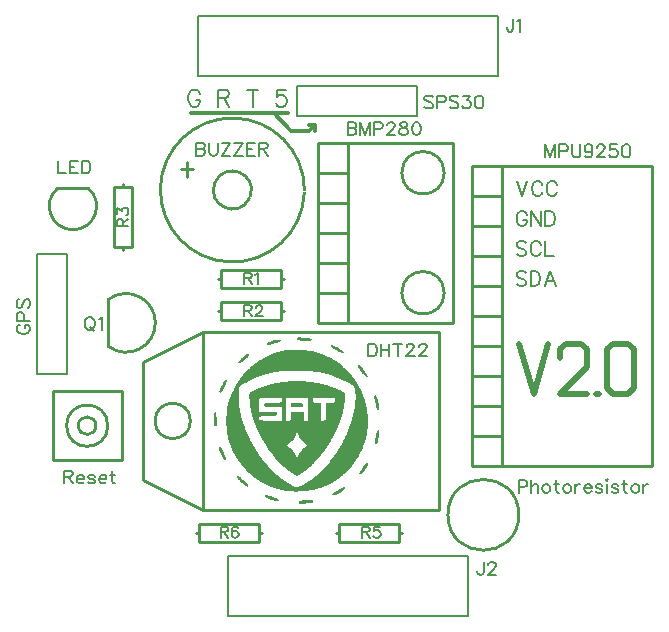
<source format=gto>
G04 Layer: TopSilkLayer*
G04 EasyEDA v5.9.42, Tue, 26 Feb 2019 20:51:57 GMT*
G04 04d153d54a3344db93c0417dea638233*
G04 Gerber Generator version 0.2*
G04 Scale: 100 percent, Rotated: No, Reflected: No *
G04 Dimensions in millimeters *
G04 leading zeros omitted , absolute positions ,3 integer and 3 decimal *
%FSLAX33Y33*%
%MOMM*%
G90*
G71D02*

%ADD10C,0.254000*%
%ADD11C,0.499999*%
%ADD27C,0.203200*%
%ADD28C,0.202999*%
%ADD29C,0.299999*%
%ADD30C,0.250012*%
%ADD31C,0.152400*%

%LPD*%

%LPD*%
G36*
G01X26992Y11482D02*
G01X26948Y11486D01*
G01X26921Y11482D01*
G01X26876Y11478D01*
G01X26744Y11467D01*
G01X26661Y11461D01*
G01X26571Y11455D01*
G01X26475Y11449D01*
G01X26377Y11444D01*
G01X26235Y11434D01*
G01X26123Y11424D01*
G01X26038Y11411D01*
G01X25977Y11394D01*
G01X25935Y11372D01*
G01X25909Y11344D01*
G01X25897Y11308D01*
G01X25893Y11263D01*
G01X25894Y11230D01*
G01X25898Y11203D01*
G01X25906Y11180D01*
G01X25921Y11163D01*
G01X25942Y11149D01*
G01X25972Y11140D01*
G01X26013Y11135D01*
G01X26064Y11133D01*
G01X26129Y11135D01*
G01X26208Y11140D01*
G01X26303Y11147D01*
G01X26415Y11157D01*
G01X26522Y11167D01*
G01X26626Y11177D01*
G01X26723Y11188D01*
G01X26812Y11199D01*
G01X26890Y11209D01*
G01X26954Y11218D01*
G01X27003Y11227D01*
G01X27033Y11233D01*
G01X27068Y11256D01*
G01X27086Y11291D01*
G01X27090Y11335D01*
G01X27081Y11381D01*
G01X27060Y11425D01*
G01X27030Y11460D01*
G01X26992Y11482D01*
G37*

%LPD*%
G36*
G01X23114Y11876D02*
G01X23080Y11877D01*
G01X23057Y11870D01*
G01X23043Y11858D01*
G01X23035Y11839D01*
G01X23032Y11813D01*
G01X23031Y11782D01*
G01X23037Y11761D01*
G01X23052Y11737D01*
G01X23077Y11711D01*
G01X23111Y11685D01*
G01X23153Y11657D01*
G01X23203Y11628D01*
G01X23259Y11600D01*
G01X23321Y11571D01*
G01X23388Y11543D01*
G01X23459Y11514D01*
G01X23534Y11487D01*
G01X23612Y11461D01*
G01X23693Y11437D01*
G01X23775Y11415D01*
G01X23857Y11394D01*
G01X23940Y11377D01*
G01X24059Y11358D01*
G01X24137Y11361D01*
G01X24179Y11387D01*
G01X24191Y11437D01*
G01X24187Y11455D01*
G01X24175Y11475D01*
G01X24155Y11495D01*
G01X24127Y11517D01*
G01X24092Y11540D01*
G01X24050Y11563D01*
G01X24001Y11588D01*
G01X23945Y11613D01*
G01X23884Y11639D01*
G01X23816Y11665D01*
G01X23743Y11691D01*
G01X23664Y11717D01*
G01X23521Y11764D01*
G01X23401Y11801D01*
G01X23303Y11831D01*
G01X23224Y11854D01*
G01X23162Y11868D01*
G01X23114Y11876D01*
G37*

%LPD*%
G36*
G01X29724Y12563D02*
G01X29698Y12565D01*
G01X29664Y12557D01*
G01X29618Y12540D01*
G01X29561Y12512D01*
G01X29489Y12473D01*
G01X29400Y12424D01*
G01X29292Y12361D01*
G01X29163Y12286D01*
G01X29079Y12235D01*
G01X29004Y12187D01*
G01X28937Y12143D01*
G01X28879Y12100D01*
G01X28829Y12061D01*
G01X28789Y12025D01*
G01X28757Y11992D01*
G01X28734Y11963D01*
G01X28720Y11936D01*
G01X28716Y11913D01*
G01X28720Y11894D01*
G01X28733Y11878D01*
G01X28756Y11866D01*
G01X28788Y11858D01*
G01X28829Y11854D01*
G01X28880Y11853D01*
G01X28917Y11858D01*
G01X28961Y11869D01*
G01X29011Y11886D01*
G01X29065Y11909D01*
G01X29123Y11937D01*
G01X29183Y11969D01*
G01X29246Y12004D01*
G01X29309Y12043D01*
G01X29372Y12083D01*
G01X29434Y12124D01*
G01X29494Y12167D01*
G01X29550Y12210D01*
G01X29604Y12252D01*
G01X29651Y12293D01*
G01X29693Y12333D01*
G01X29729Y12370D01*
G01X29756Y12404D01*
G01X29775Y12434D01*
G01X29785Y12460D01*
G01X29783Y12481D01*
G01X29771Y12512D01*
G01X29758Y12536D01*
G01X29743Y12554D01*
G01X29724Y12563D01*
G37*

%LPD*%
G36*
G01X25401Y24165D02*
G01X25324Y24165D01*
G01X25251Y24164D01*
G01X25181Y24163D01*
G01X25114Y24161D01*
G01X25050Y24159D01*
G01X24989Y24156D01*
G01X24930Y24152D01*
G01X24873Y24147D01*
G01X24817Y24141D01*
G01X24762Y24134D01*
G01X24708Y24127D01*
G01X24655Y24119D01*
G01X24602Y24110D01*
G01X24548Y24099D01*
G01X24495Y24088D01*
G01X24440Y24076D01*
G01X24385Y24063D01*
G01X24269Y24033D01*
G01X24209Y24017D01*
G01X24149Y24000D01*
G01X24090Y23982D01*
G01X23970Y23944D01*
G01X23910Y23924D01*
G01X23850Y23903D01*
G01X23791Y23882D01*
G01X23731Y23860D01*
G01X23672Y23837D01*
G01X23612Y23813D01*
G01X23552Y23788D01*
G01X23493Y23764D01*
G01X23434Y23738D01*
G01X23257Y23657D01*
G01X23198Y23628D01*
G01X23140Y23600D01*
G01X23081Y23570D01*
G01X22966Y23509D01*
G01X22908Y23478D01*
G01X22851Y23446D01*
G01X22737Y23380D01*
G01X22681Y23347D01*
G01X22624Y23312D01*
G01X22568Y23277D01*
G01X22458Y23206D01*
G01X22403Y23170D01*
G01X22348Y23133D01*
G01X22294Y23096D01*
G01X22241Y23058D01*
G01X22187Y23019D01*
G01X22134Y22981D01*
G01X22082Y22942D01*
G01X22030Y22902D01*
G01X21979Y22861D01*
G01X21928Y22821D01*
G01X21877Y22780D01*
G01X21778Y22697D01*
G01X21729Y22655D01*
G01X21633Y22569D01*
G01X21586Y22526D01*
G01X21540Y22481D01*
G01X21493Y22438D01*
G01X21403Y22348D01*
G01X21316Y22258D01*
G01X21273Y22212D01*
G01X21190Y22120D01*
G01X21110Y22026D01*
G01X21071Y21979D01*
G01X21041Y21941D01*
G01X21010Y21902D01*
G01X20979Y21861D01*
G01X20917Y21775D01*
G01X20885Y21730D01*
G01X20854Y21683D01*
G01X20822Y21635D01*
G01X20790Y21586D01*
G01X20726Y21484D01*
G01X20694Y21432D01*
G01X20663Y21379D01*
G01X20599Y21269D01*
G01X20568Y21213D01*
G01X20536Y21157D01*
G01X20505Y21100D01*
G01X20474Y21042D01*
G01X20444Y20984D01*
G01X20413Y20926D01*
G01X20383Y20867D01*
G01X20354Y20808D01*
G01X20296Y20689D01*
G01X20240Y20570D01*
G01X20213Y20511D01*
G01X20187Y20451D01*
G01X20161Y20392D01*
G01X20135Y20334D01*
G01X20111Y20275D01*
G01X20087Y20217D01*
G01X20064Y20159D01*
G01X20041Y20102D01*
G01X19999Y19990D01*
G01X19979Y19934D01*
G01X19961Y19880D01*
G01X19943Y19827D01*
G01X19926Y19774D01*
G01X19910Y19722D01*
G01X19882Y19622D01*
G01X19870Y19577D01*
G01X19859Y19530D01*
G01X19848Y19480D01*
G01X19838Y19429D01*
G01X19829Y19376D01*
G01X19819Y19321D01*
G01X19811Y19265D01*
G01X19803Y19207D01*
G01X19796Y19147D01*
G01X19788Y19087D01*
G01X19776Y18961D01*
G01X19770Y18897D01*
G01X19765Y18832D01*
G01X19761Y18766D01*
G01X19757Y18699D01*
G01X19753Y18631D01*
G01X19750Y18563D01*
G01X19746Y18425D01*
G01X19743Y18215D01*
G01X19743Y18145D01*
G01X19746Y17935D01*
G01X19748Y17866D01*
G01X19751Y17797D01*
G01X19754Y17729D01*
G01X19758Y17660D01*
G01X19762Y17593D01*
G01X19772Y17461D01*
G01X19777Y17396D01*
G01X19783Y17333D01*
G01X19790Y17270D01*
G01X19797Y17209D01*
G01X19804Y17149D01*
G01X19812Y17090D01*
G01X19821Y17033D01*
G01X19830Y16978D01*
G01X19840Y16924D01*
G01X19849Y16872D01*
G01X19860Y16821D01*
G01X19871Y16773D01*
G01X19883Y16727D01*
G01X19895Y16683D01*
G01X19913Y16619D01*
G01X19932Y16556D01*
G01X19952Y16493D01*
G01X19971Y16431D01*
G01X19991Y16370D01*
G01X20033Y16248D01*
G01X20054Y16188D01*
G01X20098Y16070D01*
G01X20167Y15896D01*
G01X20191Y15839D01*
G01X20215Y15783D01*
G01X20240Y15727D01*
G01X20291Y15616D01*
G01X20344Y15508D01*
G01X20399Y15401D01*
G01X20455Y15295D01*
G01X20514Y15192D01*
G01X20544Y15140D01*
G01X20574Y15089D01*
G01X20637Y14988D01*
G01X20669Y14939D01*
G01X20702Y14889D01*
G01X20735Y14840D01*
G01X20803Y14742D01*
G01X20839Y14694D01*
G01X20874Y14645D01*
G01X20910Y14598D01*
G01X20947Y14550D01*
G01X20984Y14503D01*
G01X21060Y14409D01*
G01X21138Y14317D01*
G01X21261Y14179D01*
G01X21303Y14134D01*
G01X21432Y13999D01*
G01X21522Y13909D01*
G01X21614Y13821D01*
G01X21661Y13777D01*
G01X21714Y13728D01*
G01X21767Y13680D01*
G01X21819Y13634D01*
G01X21870Y13588D01*
G01X21972Y13500D01*
G01X22022Y13458D01*
G01X22072Y13417D01*
G01X22122Y13377D01*
G01X22171Y13338D01*
G01X22220Y13300D01*
G01X22270Y13263D01*
G01X22318Y13227D01*
G01X22368Y13191D01*
G01X22416Y13157D01*
G01X22465Y13123D01*
G01X22514Y13090D01*
G01X22563Y13058D01*
G01X22612Y13027D01*
G01X22712Y12967D01*
G01X22812Y12909D01*
G01X22862Y12881D01*
G01X22913Y12854D01*
G01X22965Y12827D01*
G01X23017Y12801D01*
G01X23069Y12776D01*
G01X23175Y12726D01*
G01X23230Y12702D01*
G01X23285Y12679D01*
G01X23340Y12655D01*
G01X23397Y12632D01*
G01X23454Y12610D01*
G01X23512Y12588D01*
G01X23571Y12566D01*
G01X23631Y12544D01*
G01X23691Y12523D01*
G01X23753Y12502D01*
G01X23822Y12479D01*
G01X23889Y12458D01*
G01X23955Y12437D01*
G01X24021Y12417D01*
G01X24086Y12398D01*
G01X24150Y12379D01*
G01X24214Y12362D01*
G01X24277Y12345D01*
G01X24340Y12329D01*
G01X24402Y12314D01*
G01X24526Y12286D01*
G01X24587Y12274D01*
G01X24648Y12261D01*
G01X24709Y12250D01*
G01X24831Y12230D01*
G01X24891Y12221D01*
G01X24952Y12213D01*
G01X25074Y12199D01*
G01X25135Y12193D01*
G01X25196Y12188D01*
G01X25320Y12180D01*
G01X25382Y12177D01*
G01X25444Y12175D01*
G01X25508Y12174D01*
G01X25571Y12173D01*
G01X25635Y12172D01*
G01X25765Y12174D01*
G01X25831Y12176D01*
G01X25898Y12178D01*
G01X25965Y12182D01*
G01X26034Y12185D01*
G01X26103Y12190D01*
G01X26174Y12195D01*
G01X26245Y12201D01*
G01X26317Y12207D01*
G01X26384Y12214D01*
G01X26516Y12228D01*
G01X26581Y12237D01*
G01X26646Y12245D01*
G01X26711Y12255D01*
G01X26775Y12264D01*
G01X26903Y12286D01*
G01X26966Y12298D01*
G01X27028Y12310D01*
G01X27090Y12323D01*
G01X27152Y12337D01*
G01X27213Y12350D01*
G01X27335Y12380D01*
G01X27455Y12412D01*
G01X27574Y12447D01*
G01X27633Y12465D01*
G01X27749Y12503D01*
G01X27807Y12524D01*
G01X27865Y12544D01*
G01X27922Y12565D01*
G01X27979Y12587D01*
G01X28035Y12609D01*
G01X28092Y12633D01*
G01X28148Y12657D01*
G01X28203Y12681D01*
G01X28313Y12731D01*
G01X28368Y12758D01*
G01X28422Y12785D01*
G01X28477Y12812D01*
G01X28531Y12840D01*
G01X28637Y12898D01*
G01X28691Y12928D01*
G01X28744Y12959D01*
G01X28796Y12990D01*
G01X28848Y13022D01*
G01X28952Y13088D01*
G01X29004Y13123D01*
G01X29055Y13157D01*
G01X29106Y13192D01*
G01X29157Y13228D01*
G01X29208Y13265D01*
G01X29258Y13302D01*
G01X29308Y13340D01*
G01X29408Y13418D01*
G01X29458Y13458D01*
G01X29507Y13498D01*
G01X29606Y13581D01*
G01X29654Y13624D01*
G01X29703Y13667D01*
G01X29793Y13749D01*
G01X29837Y13791D01*
G01X29880Y13833D01*
G01X29924Y13876D01*
G01X29967Y13920D01*
G01X30009Y13964D01*
G01X30052Y14009D01*
G01X30094Y14054D01*
G01X30136Y14100D01*
G01X30177Y14146D01*
G01X30258Y14241D01*
G01X30299Y14288D01*
G01X30338Y14337D01*
G01X30416Y14434D01*
G01X30493Y14534D01*
G01X30530Y14585D01*
G01X30567Y14635D01*
G01X30604Y14687D01*
G01X30640Y14738D01*
G01X30675Y14790D01*
G01X30746Y14895D01*
G01X30780Y14948D01*
G01X30813Y15001D01*
G01X30847Y15055D01*
G01X30879Y15109D01*
G01X30943Y15218D01*
G01X30974Y15272D01*
G01X31005Y15327D01*
G01X31035Y15383D01*
G01X31064Y15438D01*
G01X31093Y15494D01*
G01X31149Y15606D01*
G01X31203Y15718D01*
G01X31229Y15775D01*
G01X31279Y15889D01*
G01X31327Y16002D01*
G01X31350Y16060D01*
G01X31393Y16175D01*
G01X31414Y16232D01*
G01X31434Y16289D01*
G01X31454Y16347D01*
G01X31473Y16405D01*
G01X31491Y16462D01*
G01X31509Y16520D01*
G01X31526Y16577D01*
G01X31542Y16635D01*
G01X31557Y16692D01*
G01X31572Y16750D01*
G01X31586Y16808D01*
G01X31599Y16862D01*
G01X31611Y16917D01*
G01X31633Y17031D01*
G01X31643Y17089D01*
G01X31652Y17148D01*
G01X31660Y17208D01*
G01X31669Y17269D01*
G01X31683Y17393D01*
G01X31689Y17456D01*
G01X31695Y17520D01*
G01X31705Y17648D01*
G01X31712Y17779D01*
G01X31718Y17977D01*
G01X31719Y18112D01*
G01X31716Y18313D01*
G01X31714Y18380D01*
G01X31708Y18514D01*
G01X31704Y18581D01*
G01X31699Y18648D01*
G01X31694Y18714D01*
G01X31682Y18846D01*
G01X31675Y18912D01*
G01X31668Y18977D01*
G01X31659Y19041D01*
G01X31651Y19105D01*
G01X31642Y19169D01*
G01X31632Y19231D01*
G01X31621Y19294D01*
G01X31611Y19355D01*
G01X31599Y19416D01*
G01X31587Y19476D01*
G01X31574Y19535D01*
G01X31561Y19593D01*
G01X31547Y19650D01*
G01X31533Y19706D01*
G01X31518Y19762D01*
G01X31502Y19815D01*
G01X31466Y19936D01*
G01X31447Y19996D01*
G01X31427Y20056D01*
G01X31406Y20115D01*
G01X31386Y20174D01*
G01X31342Y20290D01*
G01X31320Y20349D01*
G01X31297Y20406D01*
G01X31274Y20464D01*
G01X31250Y20521D01*
G01X31226Y20577D01*
G01X31201Y20634D01*
G01X31149Y20746D01*
G01X31123Y20801D01*
G01X31069Y20911D01*
G01X31041Y20966D01*
G01X31012Y21019D01*
G01X30954Y21127D01*
G01X30924Y21179D01*
G01X30894Y21232D01*
G01X30863Y21285D01*
G01X30832Y21336D01*
G01X30768Y21439D01*
G01X30735Y21490D01*
G01X30668Y21590D01*
G01X30634Y21640D01*
G01X30600Y21689D01*
G01X30565Y21738D01*
G01X30529Y21787D01*
G01X30457Y21882D01*
G01X30383Y21977D01*
G01X30345Y22024D01*
G01X30307Y22069D01*
G01X30269Y22115D01*
G01X30229Y22161D01*
G01X30150Y22250D01*
G01X30069Y22338D01*
G01X30028Y22381D01*
G01X29986Y22424D01*
G01X29902Y22508D01*
G01X29859Y22549D01*
G01X29815Y22591D01*
G01X29772Y22631D01*
G01X29728Y22671D01*
G01X29639Y22751D01*
G01X29593Y22789D01*
G01X29548Y22827D01*
G01X29501Y22865D01*
G01X29455Y22903D01*
G01X29408Y22940D01*
G01X29313Y23012D01*
G01X29265Y23048D01*
G01X29217Y23083D01*
G01X29168Y23118D01*
G01X29119Y23152D01*
G01X29070Y23185D01*
G01X28969Y23252D01*
G01X28919Y23284D01*
G01X28816Y23347D01*
G01X28764Y23377D01*
G01X28713Y23407D01*
G01X28660Y23437D01*
G01X28554Y23495D01*
G01X28501Y23523D01*
G01X28447Y23550D01*
G01X28392Y23578D01*
G01X28338Y23604D01*
G01X28276Y23634D01*
G01X28216Y23661D01*
G01X28156Y23689D01*
G01X28097Y23715D01*
G01X28039Y23741D01*
G01X27983Y23765D01*
G01X27926Y23788D01*
G01X27870Y23811D01*
G01X27814Y23833D01*
G01X27759Y23854D01*
G01X27649Y23892D01*
G01X27594Y23910D01*
G01X27540Y23928D01*
G01X27430Y23960D01*
G01X27375Y23975D01*
G01X27320Y23989D01*
G01X27264Y24003D01*
G01X27208Y24016D01*
G01X27151Y24028D01*
G01X27094Y24039D01*
G01X27036Y24051D01*
G01X26976Y24061D01*
G01X26917Y24070D01*
G01X26856Y24080D01*
G01X26794Y24088D01*
G01X26731Y24096D01*
G01X26667Y24103D01*
G01X26601Y24110D01*
G01X26534Y24117D01*
G01X26466Y24123D01*
G01X26396Y24128D01*
G01X26324Y24133D01*
G01X26250Y24138D01*
G01X26175Y24142D01*
G01X26098Y24146D01*
G01X26019Y24149D01*
G01X25938Y24153D01*
G01X25855Y24155D01*
G01X25753Y24158D01*
G01X25658Y24161D01*
G01X25567Y24163D01*
G01X25482Y24164D01*
G01X25401Y24165D01*
G37*

%LPC*%
G36*
G01X25411Y22382D02*
G01X25332Y22382D01*
G01X25255Y22381D01*
G01X25179Y22381D01*
G01X25105Y22380D01*
G01X24963Y22378D01*
G01X24895Y22376D01*
G01X24828Y22374D01*
G01X24762Y22372D01*
G01X24698Y22369D01*
G01X24635Y22366D01*
G01X24573Y22363D01*
G01X24513Y22358D01*
G01X24453Y22354D01*
G01X24395Y22350D01*
G01X24337Y22345D01*
G01X24281Y22340D01*
G01X24224Y22335D01*
G01X24169Y22328D01*
G01X24060Y22315D01*
G01X24006Y22308D01*
G01X23900Y22292D01*
G01X23795Y22275D01*
G01X23742Y22265D01*
G01X23690Y22255D01*
G01X23637Y22245D01*
G01X23531Y22222D01*
G01X23478Y22210D01*
G01X23424Y22198D01*
G01X23370Y22185D01*
G01X23316Y22171D01*
G01X23261Y22157D01*
G01X23205Y22143D01*
G01X23148Y22127D01*
G01X23090Y22112D01*
G01X23032Y22095D01*
G01X22973Y22079D01*
G01X22913Y22061D01*
G01X22856Y22045D01*
G01X22798Y22027D01*
G01X22682Y21989D01*
G01X22622Y21968D01*
G01X22503Y21926D01*
G01X22383Y21880D01*
G01X22263Y21832D01*
G01X22143Y21782D01*
G01X22083Y21756D01*
G01X21965Y21703D01*
G01X21849Y21649D01*
G01X21735Y21593D01*
G01X21625Y21537D01*
G01X21571Y21508D01*
G01X21518Y21479D01*
G01X21466Y21451D01*
G01X21366Y21393D01*
G01X21318Y21364D01*
G01X21272Y21335D01*
G01X21227Y21307D01*
G01X21183Y21278D01*
G01X21141Y21250D01*
G01X20788Y21007D01*
G01X20788Y20263D01*
G01X20790Y20142D01*
G01X20794Y20022D01*
G01X20797Y19961D01*
G01X20800Y19901D01*
G01X20804Y19841D01*
G01X20809Y19781D01*
G01X20813Y19720D01*
G01X20819Y19660D01*
G01X20824Y19600D01*
G01X20845Y19420D01*
G01X20853Y19360D01*
G01X20870Y19240D01*
G01X20880Y19179D01*
G01X20889Y19119D01*
G01X20900Y19060D01*
G01X20911Y18999D01*
G01X20922Y18939D01*
G01X20934Y18879D01*
G01X20947Y18819D01*
G01X20960Y18758D01*
G01X20973Y18698D01*
G01X20987Y18638D01*
G01X21002Y18578D01*
G01X21017Y18517D01*
G01X21049Y18397D01*
G01X21066Y18337D01*
G01X21082Y18276D01*
G01X21100Y18215D01*
G01X21118Y18155D01*
G01X21137Y18094D01*
G01X21157Y18034D01*
G01X21176Y17973D01*
G01X21197Y17912D01*
G01X21217Y17851D01*
G01X21239Y17791D01*
G01X21283Y17669D01*
G01X21306Y17608D01*
G01X21354Y17486D01*
G01X21403Y17363D01*
G01X21429Y17302D01*
G01X21455Y17240D01*
G01X21482Y17178D01*
G01X21509Y17117D01*
G01X21565Y16993D01*
G01X21594Y16931D01*
G01X21623Y16870D01*
G01X21653Y16808D01*
G01X21684Y16746D01*
G01X21715Y16683D01*
G01X21746Y16621D01*
G01X21777Y16560D01*
G01X21841Y16438D01*
G01X21906Y16317D01*
G01X21939Y16257D01*
G01X22005Y16138D01*
G01X22038Y16080D01*
G01X22072Y16021D01*
G01X22141Y15905D01*
G01X22175Y15847D01*
G01X22210Y15790D01*
G01X22280Y15677D01*
G01X22316Y15621D01*
G01X22351Y15565D01*
G01X22423Y15455D01*
G01X22497Y15346D01*
G01X22533Y15292D01*
G01X22607Y15186D01*
G01X22645Y15133D01*
G01X22721Y15029D01*
G01X22797Y14926D01*
G01X22835Y14876D01*
G01X22874Y14825D01*
G01X22913Y14776D01*
G01X22991Y14677D01*
G01X23031Y14628D01*
G01X23071Y14580D01*
G01X23110Y14532D01*
G01X23150Y14485D01*
G01X23231Y14391D01*
G01X23271Y14345D01*
G01X23435Y14165D01*
G01X23477Y14122D01*
G01X23518Y14078D01*
G01X23602Y13993D01*
G01X23686Y13909D01*
G01X23728Y13868D01*
G01X23771Y13827D01*
G01X23813Y13787D01*
G01X23856Y13747D01*
G01X23899Y13708D01*
G01X23941Y13669D01*
G01X23985Y13631D01*
G01X24028Y13593D01*
G01X24071Y13556D01*
G01X24159Y13483D01*
G01X24246Y13412D01*
G01X24290Y13377D01*
G01X24379Y13308D01*
G01X24467Y13242D01*
G01X24512Y13210D01*
G01X24601Y13147D01*
G01X24646Y13116D01*
G01X24691Y13086D01*
G01X24786Y13023D01*
G01X24875Y12964D01*
G01X24958Y12910D01*
G01X25036Y12860D01*
G01X25108Y12814D01*
G01X25175Y12772D01*
G01X25238Y12735D01*
G01X25297Y12701D01*
G01X25353Y12672D01*
G01X25404Y12646D01*
G01X25454Y12624D01*
G01X25500Y12605D01*
G01X25544Y12591D01*
G01X25586Y12579D01*
G01X25627Y12571D01*
G01X25667Y12567D01*
G01X25706Y12565D01*
G01X25745Y12567D01*
G01X25784Y12571D01*
G01X25823Y12579D01*
G01X25863Y12589D01*
G01X25904Y12602D01*
G01X25947Y12618D01*
G01X25991Y12637D01*
G01X26038Y12658D01*
G01X26088Y12681D01*
G01X26196Y12735D01*
G01X26241Y12758D01*
G01X26287Y12782D01*
G01X26332Y12807D01*
G01X26378Y12832D01*
G01X26423Y12857D01*
G01X26513Y12911D01*
G01X26559Y12938D01*
G01X26604Y12966D01*
G01X26694Y13024D01*
G01X26738Y13054D01*
G01X26784Y13084D01*
G01X26828Y13115D01*
G01X26873Y13146D01*
G01X26918Y13178D01*
G01X26962Y13211D01*
G01X27007Y13244D01*
G01X27051Y13277D01*
G01X27095Y13311D01*
G01X27183Y13381D01*
G01X27271Y13453D01*
G01X27315Y13490D01*
G01X27358Y13527D01*
G01X27402Y13564D01*
G01X27445Y13603D01*
G01X27531Y13680D01*
G01X27574Y13719D01*
G01X27659Y13800D01*
G01X27702Y13840D01*
G01X27786Y13924D01*
G01X27871Y14008D01*
G01X27912Y14051D01*
G01X27954Y14094D01*
G01X28036Y14182D01*
G01X28078Y14227D01*
G01X28159Y14317D01*
G01X28199Y14363D01*
G01X28240Y14409D01*
G01X28280Y14456D01*
G01X28399Y14597D01*
G01X28477Y14694D01*
G01X28515Y14742D01*
G01X28554Y14791D01*
G01X28630Y14890D01*
G01X28706Y14990D01*
G01X28744Y15041D01*
G01X28818Y15143D01*
G01X28854Y15194D01*
G01X28890Y15246D01*
G01X28927Y15298D01*
G01X28998Y15402D01*
G01X29034Y15455D01*
G01X29069Y15509D01*
G01X29104Y15561D01*
G01X29206Y15723D01*
G01X29273Y15832D01*
G01X29306Y15887D01*
G01X29339Y15941D01*
G01X29404Y16052D01*
G01X29435Y16108D01*
G01X29498Y16219D01*
G01X29529Y16275D01*
G01X29590Y16388D01*
G01X29650Y16502D01*
G01X29708Y16616D01*
G01X29765Y16730D01*
G01X29793Y16788D01*
G01X29820Y16846D01*
G01X29847Y16903D01*
G01X29874Y16961D01*
G01X29926Y17077D01*
G01X29952Y17136D01*
G01X30027Y17311D01*
G01X30051Y17369D01*
G01X30074Y17428D01*
G01X30098Y17487D01*
G01X30121Y17546D01*
G01X30165Y17664D01*
G01X30208Y17781D01*
G01X30229Y17841D01*
G01X30250Y17900D01*
G01X30270Y17959D01*
G01X30327Y18136D01*
G01X30345Y18196D01*
G01X30381Y18314D01*
G01X30398Y18373D01*
G01X30414Y18433D01*
G01X30446Y18551D01*
G01X30475Y18669D01*
G01X30490Y18728D01*
G01X30529Y18905D01*
G01X30541Y18963D01*
G01X30554Y19022D01*
G01X30565Y19081D01*
G01X30575Y19140D01*
G01X30596Y19257D01*
G01X30605Y19315D01*
G01X30613Y19373D01*
G01X30627Y19466D01*
G01X30638Y19557D01*
G01X30648Y19647D01*
G01X30657Y19736D01*
G01X30665Y19824D01*
G01X30671Y19909D01*
G01X30676Y19993D01*
G01X30680Y20075D01*
G01X30682Y20155D01*
G01X30683Y20232D01*
G01X30683Y20308D01*
G01X30681Y20381D01*
G01X30678Y20452D01*
G01X30674Y20520D01*
G01X30669Y20586D01*
G01X30663Y20648D01*
G01X30655Y20707D01*
G01X30646Y20764D01*
G01X30636Y20817D01*
G01X30625Y20867D01*
G01X30612Y20913D01*
G01X30598Y20956D01*
G01X30583Y20995D01*
G01X30567Y21031D01*
G01X30550Y21062D01*
G01X30532Y21089D01*
G01X30512Y21112D01*
G01X30492Y21131D01*
G01X30462Y21152D01*
G01X30430Y21175D01*
G01X30394Y21199D01*
G01X30356Y21224D01*
G01X30315Y21249D01*
G01X30271Y21275D01*
G01X30225Y21302D01*
G01X30176Y21329D01*
G01X30126Y21357D01*
G01X30073Y21385D01*
G01X30018Y21414D01*
G01X29962Y21442D01*
G01X29903Y21471D01*
G01X29843Y21501D01*
G01X29782Y21530D01*
G01X29720Y21560D01*
G01X29656Y21589D01*
G01X29526Y21649D01*
G01X29325Y21736D01*
G01X29189Y21793D01*
G01X29121Y21821D01*
G01X28985Y21875D01*
G01X28917Y21901D01*
G01X28850Y21927D01*
G01X28783Y21952D01*
G01X28717Y21976D01*
G01X28652Y21999D01*
G01X28588Y22022D01*
G01X28524Y22043D01*
G01X28462Y22064D01*
G01X28402Y22083D01*
G01X28342Y22101D01*
G01X28285Y22119D01*
G01X28229Y22134D01*
G01X28175Y22149D01*
G01X28119Y22163D01*
G01X28065Y22178D01*
G01X28013Y22191D01*
G01X27911Y22215D01*
G01X27863Y22226D01*
G01X27814Y22237D01*
G01X27767Y22247D01*
G01X27719Y22257D01*
G01X27625Y22275D01*
G01X27578Y22283D01*
G01X27531Y22290D01*
G01X27483Y22297D01*
G01X27434Y22304D01*
G01X27385Y22310D01*
G01X27283Y22322D01*
G01X27230Y22327D01*
G01X27175Y22332D01*
G01X27118Y22336D01*
G01X27059Y22340D01*
G01X26999Y22344D01*
G01X26936Y22348D01*
G01X26871Y22351D01*
G01X26802Y22354D01*
G01X26731Y22357D01*
G01X26657Y22360D01*
G01X26580Y22363D01*
G01X26499Y22365D01*
G01X26415Y22367D01*
G01X26326Y22369D01*
G01X26234Y22371D01*
G01X26138Y22373D01*
G01X26037Y22375D01*
G01X25932Y22377D01*
G01X25839Y22378D01*
G01X25749Y22379D01*
G01X25661Y22380D01*
G01X25576Y22381D01*
G01X25492Y22381D01*
G01X25411Y22382D01*
G37*

%LPD*%
G36*
G01X20730Y13513D02*
G01X20703Y13515D01*
G01X20680Y13511D01*
G01X20659Y13500D01*
G01X20641Y13482D01*
G01X20628Y13462D01*
G01X20621Y13439D01*
G01X20622Y13414D01*
G01X20630Y13386D01*
G01X20645Y13354D01*
G01X20670Y13318D01*
G01X20703Y13277D01*
G01X20745Y13231D01*
G01X20797Y13179D01*
G01X20859Y13120D01*
G01X20931Y13055D01*
G01X21014Y12982D01*
G01X21076Y12928D01*
G01X21137Y12876D01*
G01X21195Y12827D01*
G01X21250Y12781D01*
G01X21301Y12739D01*
G01X21348Y12700D01*
G01X21391Y12667D01*
G01X21427Y12638D01*
G01X21458Y12615D01*
G01X21483Y12598D01*
G01X21499Y12587D01*
G01X21509Y12584D01*
G01X21526Y12592D01*
G01X21546Y12615D01*
G01X21567Y12648D01*
G01X21585Y12688D01*
G01X21587Y12706D01*
G01X21582Y12731D01*
G01X21569Y12760D01*
G01X21548Y12794D01*
G01X21522Y12832D01*
G01X21489Y12875D01*
G01X21450Y12920D01*
G01X21405Y12969D01*
G01X21355Y13021D01*
G01X21300Y13075D01*
G01X21240Y13131D01*
G01X21176Y13189D01*
G01X21091Y13263D01*
G01X21016Y13326D01*
G01X20950Y13380D01*
G01X20893Y13423D01*
G01X20843Y13458D01*
G01X20799Y13485D01*
G01X20762Y13502D01*
G01X20730Y13513D01*
G37*

%LPD*%
G36*
G01X25837Y21540D02*
G01X25736Y21540D01*
G01X25684Y21539D01*
G01X25633Y21538D01*
G01X25580Y21536D01*
G01X25526Y21534D01*
G01X25471Y21531D01*
G01X25415Y21528D01*
G01X25297Y21520D01*
G01X25235Y21515D01*
G01X25171Y21510D01*
G01X25105Y21504D01*
G01X25037Y21498D01*
G01X24965Y21491D01*
G01X24891Y21484D01*
G01X24814Y21476D01*
G01X24733Y21468D01*
G01X24663Y21460D01*
G01X24592Y21452D01*
G01X24519Y21443D01*
G01X24447Y21432D01*
G01X24374Y21421D01*
G01X24300Y21410D01*
G01X24226Y21397D01*
G01X24151Y21384D01*
G01X24077Y21369D01*
G01X24001Y21355D01*
G01X23851Y21324D01*
G01X23701Y21290D01*
G01X23626Y21272D01*
G01X23551Y21255D01*
G01X23477Y21236D01*
G01X23403Y21216D01*
G01X23330Y21197D01*
G01X23258Y21177D01*
G01X23185Y21157D01*
G01X23114Y21136D01*
G01X22974Y21094D01*
G01X22838Y21050D01*
G01X22706Y21006D01*
G01X22580Y20960D01*
G01X22519Y20938D01*
G01X22460Y20915D01*
G01X22402Y20892D01*
G01X22346Y20869D01*
G01X22292Y20846D01*
G01X22240Y20823D01*
G01X22189Y20800D01*
G01X22141Y20777D01*
G01X22094Y20754D01*
G01X22050Y20732D01*
G01X22008Y20709D01*
G01X21968Y20687D01*
G01X21931Y20664D01*
G01X21896Y20642D01*
G01X21864Y20621D01*
G01X21835Y20599D01*
G01X21808Y20578D01*
G01X21784Y20557D01*
G01X21763Y20536D01*
G01X21745Y20516D01*
G01X21730Y20496D01*
G01X21718Y20477D01*
G01X21710Y20458D01*
G01X21704Y20432D01*
G01X21699Y20401D01*
G01X21695Y20365D01*
G01X21692Y20323D01*
G01X21690Y20278D01*
G01X21690Y20227D01*
G01X21691Y20173D01*
G01X21693Y20114D01*
G01X21697Y20052D01*
G01X21701Y19988D01*
G01X21706Y19920D01*
G01X21712Y19849D01*
G01X21719Y19777D01*
G01X21728Y19703D01*
G01X21746Y19551D01*
G01X21757Y19473D01*
G01X21781Y19317D01*
G01X21794Y19238D01*
G01X21808Y19161D01*
G01X21822Y19083D01*
G01X21837Y19007D01*
G01X21869Y18859D01*
G01X21886Y18789D01*
G01X21903Y18720D01*
G01X21918Y18663D01*
G01X21934Y18605D01*
G01X21950Y18548D01*
G01X21967Y18490D01*
G01X22021Y18316D01*
G01X22040Y18258D01*
G01X22060Y18199D01*
G01X22081Y18141D01*
G01X22102Y18082D01*
G01X22123Y18024D01*
G01X22167Y17906D01*
G01X22214Y17788D01*
G01X22263Y17670D01*
G01X22288Y17611D01*
G01X22366Y17434D01*
G01X22393Y17375D01*
G01X22420Y17317D01*
G01X22448Y17258D01*
G01X22505Y17140D01*
G01X22564Y17023D01*
G01X22594Y16965D01*
G01X22687Y16791D01*
G01X22751Y16675D01*
G01X22783Y16618D01*
G01X22849Y16503D01*
G01X22916Y16389D01*
G01X22950Y16333D01*
G01X22984Y16276D01*
G01X23089Y16109D01*
G01X23126Y16053D01*
G01X23161Y15998D01*
G01X23198Y15943D01*
G01X23234Y15889D01*
G01X23308Y15781D01*
G01X23346Y15728D01*
G01X23421Y15622D01*
G01X23459Y15570D01*
G01X23497Y15517D01*
G01X23653Y15313D01*
G01X23692Y15263D01*
G01X23732Y15213D01*
G01X23771Y15164D01*
G01X23851Y15068D01*
G01X23892Y15020D01*
G01X23972Y14926D01*
G01X24054Y14834D01*
G01X24136Y14744D01*
G01X24218Y14656D01*
G01X24259Y14613D01*
G01X24384Y14488D01*
G01X24426Y14447D01*
G01X24468Y14407D01*
G01X24509Y14368D01*
G01X24551Y14330D01*
G01X24593Y14291D01*
G01X24677Y14217D01*
G01X24719Y14181D01*
G01X24761Y14146D01*
G01X24802Y14111D01*
G01X24845Y14078D01*
G01X24886Y14044D01*
G01X24970Y13980D01*
G01X25012Y13949D01*
G01X25054Y13919D01*
G01X25096Y13890D01*
G01X25137Y13861D01*
G01X25179Y13833D01*
G01X25221Y13806D01*
G01X25262Y13780D01*
G01X25303Y13755D01*
G01X25735Y13495D01*
G01X26103Y13711D01*
G01X26135Y13731D01*
G01X26171Y13754D01*
G01X26211Y13782D01*
G01X26253Y13812D01*
G01X26299Y13847D01*
G01X26346Y13884D01*
G01X26397Y13924D01*
G01X26449Y13966D01*
G01X26503Y14011D01*
G01X26559Y14058D01*
G01X26616Y14107D01*
G01X26674Y14157D01*
G01X26733Y14208D01*
G01X26792Y14261D01*
G01X26910Y14369D01*
G01X26969Y14424D01*
G01X27026Y14479D01*
G01X27084Y14534D01*
G01X27140Y14589D01*
G01X27184Y14634D01*
G01X27229Y14679D01*
G01X27273Y14724D01*
G01X27317Y14770D01*
G01X27360Y14817D01*
G01X27404Y14864D01*
G01X27447Y14912D01*
G01X27532Y15008D01*
G01X27575Y15057D01*
G01X27701Y15207D01*
G01X27742Y15258D01*
G01X27783Y15308D01*
G01X27865Y15412D01*
G01X27905Y15464D01*
G01X27985Y15570D01*
G01X28063Y15676D01*
G01X28101Y15730D01*
G01X28178Y15839D01*
G01X28253Y15949D01*
G01X28290Y16004D01*
G01X28363Y16116D01*
G01X28435Y16228D01*
G01X28470Y16285D01*
G01X28505Y16341D01*
G01X28539Y16399D01*
G01X28573Y16455D01*
G01X28640Y16570D01*
G01X28706Y16686D01*
G01X28770Y16802D01*
G01X28801Y16860D01*
G01X28832Y16919D01*
G01X28862Y16978D01*
G01X28893Y17036D01*
G01X28922Y17095D01*
G01X28952Y17153D01*
G01X29009Y17271D01*
G01X29037Y17330D01*
G01X29064Y17389D01*
G01X29091Y17449D01*
G01X29118Y17508D01*
G01X29144Y17566D01*
G01X29169Y17625D01*
G01X29195Y17685D01*
G01X29267Y17862D01*
G01X29313Y17979D01*
G01X29357Y18097D01*
G01X29378Y18156D01*
G01X29399Y18214D01*
G01X29438Y18331D01*
G01X29476Y18447D01*
G01X29512Y18563D01*
G01X29528Y18621D01*
G01X29545Y18678D01*
G01X29560Y18735D01*
G01X29576Y18792D01*
G01X29590Y18849D01*
G01X29605Y18906D01*
G01X29631Y19018D01*
G01X29643Y19075D01*
G01X29655Y19130D01*
G01X29666Y19185D01*
G01X29677Y19241D01*
G01X29687Y19296D01*
G01X29696Y19351D01*
G01X29705Y19404D01*
G01X29713Y19459D01*
G01X29720Y19512D01*
G01X29728Y19565D01*
G01X29734Y19619D01*
G01X29739Y19672D01*
G01X29744Y19724D01*
G01X29748Y19776D01*
G01X29752Y19827D01*
G01X29755Y19878D01*
G01X29757Y19929D01*
G01X29759Y19979D01*
G01X29760Y20030D01*
G01X29761Y20079D01*
G01X29761Y20526D01*
G01X29392Y20726D01*
G01X29348Y20750D01*
G01X29301Y20774D01*
G01X29254Y20797D01*
G01X29206Y20821D01*
G01X29156Y20844D01*
G01X29105Y20866D01*
G01X29001Y20912D01*
G01X28947Y20934D01*
G01X28892Y20955D01*
G01X28836Y20977D01*
G01X28779Y20998D01*
G01X28721Y21019D01*
G01X28662Y21040D01*
G01X28603Y21060D01*
G01X28481Y21100D01*
G01X28419Y21119D01*
G01X28293Y21157D01*
G01X28229Y21175D01*
G01X28164Y21193D01*
G01X28099Y21210D01*
G01X27967Y21244D01*
G01X27900Y21260D01*
G01X27764Y21292D01*
G01X27627Y21321D01*
G01X27557Y21335D01*
G01X27488Y21349D01*
G01X27348Y21375D01*
G01X27277Y21387D01*
G01X27207Y21399D01*
G01X27065Y21421D01*
G01X26994Y21431D01*
G01X26922Y21440D01*
G01X26844Y21451D01*
G01X26768Y21460D01*
G01X26696Y21469D01*
G01X26627Y21478D01*
G01X26560Y21486D01*
G01X26495Y21493D01*
G01X26433Y21500D01*
G01X26372Y21506D01*
G01X26314Y21512D01*
G01X26257Y21517D01*
G01X26201Y21522D01*
G01X26147Y21526D01*
G01X26041Y21532D01*
G01X25990Y21535D01*
G01X25888Y21539D01*
G01X25837Y21540D01*
G37*

%LPC*%
G36*
G01X25866Y16892D02*
G01X25685Y17248D01*
G01X25636Y17004D01*
G01X25626Y16967D01*
G01X25611Y16926D01*
G01X25591Y16881D01*
G01X25567Y16834D01*
G01X25538Y16785D01*
G01X25506Y16733D01*
G01X25469Y16681D01*
G01X25430Y16628D01*
G01X25388Y16575D01*
G01X25344Y16523D01*
G01X25297Y16472D01*
G01X25249Y16422D01*
G01X24911Y16084D01*
G01X25160Y15886D01*
G01X25195Y15856D01*
G01X25231Y15822D01*
G01X25268Y15784D01*
G01X25306Y15742D01*
G01X25344Y15698D01*
G01X25382Y15652D01*
G01X25418Y15604D01*
G01X25453Y15556D01*
G01X25485Y15507D01*
G01X25516Y15459D01*
G01X25543Y15412D01*
G01X25566Y15367D01*
G01X25725Y15046D01*
G01X25858Y15326D01*
G01X25878Y15366D01*
G01X25904Y15409D01*
G01X25933Y15454D01*
G01X25965Y15501D01*
G01X26000Y15549D01*
G01X26038Y15597D01*
G01X26078Y15645D01*
G01X26119Y15692D01*
G01X26160Y15738D01*
G01X26202Y15781D01*
G01X26244Y15821D01*
G01X26285Y15858D01*
G01X26580Y16110D01*
G01X26314Y16323D01*
G01X26276Y16355D01*
G01X26237Y16392D01*
G01X26196Y16434D01*
G01X26155Y16479D01*
G01X26113Y16527D01*
G01X26072Y16577D01*
G01X26032Y16630D01*
G01X25994Y16683D01*
G01X25958Y16736D01*
G01X25924Y16790D01*
G01X25893Y16842D01*
G01X25866Y16892D01*
G37*
G36*
G01X28910Y20086D02*
G01X27053Y20086D01*
G01X27053Y19893D01*
G01X27055Y19834D01*
G01X27063Y19788D01*
G01X27079Y19754D01*
G01X27107Y19730D01*
G01X27151Y19714D01*
G01X27212Y19705D01*
G01X27295Y19701D01*
G01X27401Y19700D01*
G01X27749Y19700D01*
G01X27749Y18143D01*
G01X28175Y18191D01*
G01X28197Y18945D01*
G01X28219Y19700D01*
G01X28564Y19700D01*
G01X28670Y19701D01*
G01X28752Y19705D01*
G01X28813Y19714D01*
G01X28856Y19730D01*
G01X28884Y19754D01*
G01X28900Y19788D01*
G01X28908Y19834D01*
G01X28910Y19893D01*
G01X28910Y20086D01*
G37*
G36*
G01X24423Y20086D02*
G01X23415Y20086D01*
G01X23323Y20085D01*
G01X23234Y20084D01*
G01X23149Y20082D01*
G01X23067Y20080D01*
G01X22988Y20078D01*
G01X22915Y20074D01*
G01X22847Y20071D01*
G01X22784Y20067D01*
G01X22727Y20063D01*
G01X22677Y20059D01*
G01X22634Y20055D01*
G01X22598Y20050D01*
G01X22570Y20045D01*
G01X22552Y20040D01*
G01X22541Y20035D01*
G01X22531Y20014D01*
G01X22522Y19973D01*
G01X22512Y19915D01*
G01X22505Y19843D01*
G01X22499Y19759D01*
G01X22494Y19664D01*
G01X22491Y19562D01*
G01X22490Y19455D01*
G01X22490Y18926D01*
G01X23521Y18926D01*
G01X23624Y18925D01*
G01X23712Y18923D01*
G01X23787Y18920D01*
G01X23849Y18916D01*
G01X23900Y18911D01*
G01X23941Y18903D01*
G01X23973Y18894D01*
G01X23996Y18882D01*
G01X24013Y18868D01*
G01X24023Y18851D01*
G01X24028Y18831D01*
G01X24029Y18809D01*
G01X24027Y18782D01*
G01X24023Y18752D01*
G01X24018Y18723D01*
G01X24012Y18697D01*
G01X24003Y18674D01*
G01X23992Y18655D01*
G01X23976Y18638D01*
G01X23955Y18623D01*
G01X23927Y18610D01*
G01X23892Y18600D01*
G01X23849Y18591D01*
G01X23798Y18584D01*
G01X23735Y18577D01*
G01X23662Y18572D01*
G01X23577Y18568D01*
G01X23479Y18564D01*
G01X23366Y18560D01*
G01X23239Y18556D01*
G01X23109Y18552D01*
G01X22995Y18548D01*
G01X22896Y18544D01*
G01X22811Y18540D01*
G01X22738Y18535D01*
G01X22678Y18529D01*
G01X22628Y18522D01*
G01X22588Y18513D01*
G01X22556Y18503D01*
G01X22533Y18491D01*
G01X22516Y18476D01*
G01X22506Y18460D01*
G01X22500Y18440D01*
G01X22499Y18417D01*
G01X22500Y18391D01*
G01X22504Y18363D01*
G01X22509Y18334D01*
G01X22515Y18308D01*
G01X22525Y18285D01*
G01X22538Y18266D01*
G01X22556Y18249D01*
G01X22581Y18235D01*
G01X22615Y18222D01*
G01X22657Y18212D01*
G01X22710Y18204D01*
G01X22774Y18196D01*
G01X22851Y18190D01*
G01X22943Y18185D01*
G01X23050Y18181D01*
G01X23173Y18177D01*
G01X23315Y18174D01*
G01X23476Y18169D01*
G01X24423Y18148D01*
G01X24423Y19313D01*
G01X23560Y19313D01*
G01X23447Y19314D01*
G01X23349Y19314D01*
G01X23265Y19316D01*
G01X23194Y19319D01*
G01X23134Y19323D01*
G01X23086Y19329D01*
G01X23047Y19337D01*
G01X23016Y19348D01*
G01X22993Y19360D01*
G01X22977Y19376D01*
G01X22966Y19395D01*
G01X22959Y19417D01*
G01X22955Y19443D01*
G01X22954Y19473D01*
G01X22954Y19540D01*
G01X22955Y19570D01*
G01X22959Y19595D01*
G01X22966Y19618D01*
G01X22977Y19637D01*
G01X22993Y19652D01*
G01X23016Y19665D01*
G01X23047Y19675D01*
G01X23086Y19683D01*
G01X23134Y19689D01*
G01X23194Y19693D01*
G01X23265Y19697D01*
G01X23349Y19698D01*
G01X23447Y19699D01*
G01X23560Y19700D01*
G01X23930Y19700D01*
G01X24028Y19701D01*
G01X24113Y19703D01*
G01X24184Y19706D01*
G01X24243Y19710D01*
G01X24291Y19716D01*
G01X24331Y19724D01*
G01X24361Y19734D01*
G01X24384Y19747D01*
G01X24401Y19763D01*
G01X24412Y19781D01*
G01X24418Y19804D01*
G01X24422Y19829D01*
G01X24423Y19859D01*
G01X24423Y20086D01*
G37*
G36*
G01X26667Y20086D02*
G01X24810Y20086D01*
G01X24810Y18153D01*
G01X25004Y18153D01*
G01X25064Y18154D01*
G01X25110Y18162D01*
G01X25144Y18180D01*
G01X25168Y18211D01*
G01X25183Y18258D01*
G01X25192Y18326D01*
G01X25196Y18419D01*
G01X25197Y18539D01*
G01X25197Y18926D01*
G01X26280Y18926D01*
G01X26280Y18539D01*
G01X26281Y18419D01*
G01X26285Y18326D01*
G01X26293Y18258D01*
G01X26309Y18211D01*
G01X26333Y18180D01*
G01X26367Y18162D01*
G01X26413Y18154D01*
G01X26473Y18153D01*
G01X26667Y18153D01*
G01X26667Y20086D01*
G37*

%LPD*%
G36*
G01X31690Y14646D02*
G01X31669Y14657D01*
G01X31645Y14656D01*
G01X31617Y14644D01*
G01X31586Y14621D01*
G01X31549Y14583D01*
G01X31506Y14532D01*
G01X31456Y14465D01*
G01X31397Y14383D01*
G01X31330Y14284D01*
G01X31252Y14166D01*
G01X31200Y14087D01*
G01X31154Y14013D01*
G01X31114Y13945D01*
G01X31080Y13885D01*
G01X31051Y13830D01*
G01X31029Y13781D01*
G01X31012Y13739D01*
G01X31001Y13702D01*
G01X30996Y13672D01*
G01X30996Y13648D01*
G01X31003Y13629D01*
G01X31015Y13618D01*
G01X31037Y13611D01*
G01X31064Y13613D01*
G01X31095Y13625D01*
G01X31130Y13645D01*
G01X31167Y13672D01*
G01X31207Y13706D01*
G01X31249Y13746D01*
G01X31293Y13791D01*
G01X31338Y13840D01*
G01X31383Y13894D01*
G01X31427Y13950D01*
G01X31471Y14007D01*
G01X31513Y14067D01*
G01X31554Y14127D01*
G01X31592Y14187D01*
G01X31627Y14246D01*
G01X31658Y14304D01*
G01X31685Y14359D01*
G01X31708Y14411D01*
G01X31725Y14459D01*
G01X31737Y14502D01*
G01X31742Y14540D01*
G01X31741Y14572D01*
G01X31732Y14597D01*
G01X31711Y14626D01*
G01X31690Y14646D01*
G37*

%LPD*%
G36*
G01X19207Y15982D02*
G01X19191Y15987D01*
G01X19150Y15980D01*
G01X19117Y15959D01*
G01X19095Y15928D01*
G01X19086Y15890D01*
G01X19091Y15861D01*
G01X19105Y15814D01*
G01X19126Y15753D01*
G01X19153Y15680D01*
G01X19188Y15597D01*
G01X19226Y15506D01*
G01X19269Y15410D01*
G01X19315Y15311D01*
G01X19372Y15193D01*
G01X19425Y15094D01*
G01X19473Y15014D01*
G01X19516Y14952D01*
G01X19555Y14908D01*
G01X19591Y14880D01*
G01X19625Y14868D01*
G01X19656Y14872D01*
G01X19677Y14882D01*
G01X19692Y14896D01*
G01X19703Y14916D01*
G01X19708Y14940D01*
G01X19708Y14971D01*
G01X19702Y15010D01*
G01X19689Y15057D01*
G01X19671Y15113D01*
G01X19646Y15180D01*
G01X19615Y15258D01*
G01X19577Y15348D01*
G01X19532Y15451D01*
G01X19499Y15523D01*
G01X19465Y15593D01*
G01X19432Y15659D01*
G01X19398Y15721D01*
G01X19366Y15778D01*
G01X19334Y15830D01*
G01X19304Y15875D01*
G01X19276Y15913D01*
G01X19250Y15944D01*
G01X19227Y15968D01*
G01X19207Y15982D01*
G37*

%LPD*%
G36*
G01X32623Y17374D02*
G01X32594Y17379D01*
G01X32577Y17375D01*
G01X32559Y17363D01*
G01X32541Y17342D01*
G01X32524Y17314D01*
G01X32505Y17277D01*
G01X32486Y17233D01*
G01X32468Y17180D01*
G01X32449Y17120D01*
G01X32431Y17052D01*
G01X32412Y16977D01*
G01X32393Y16893D01*
G01X32374Y16802D01*
G01X32352Y16689D01*
G01X32334Y16590D01*
G01X32319Y16505D01*
G01X32309Y16433D01*
G01X32303Y16373D01*
G01X32300Y16324D01*
G01X32302Y16284D01*
G01X32307Y16252D01*
G01X32316Y16228D01*
G01X32329Y16209D01*
G01X32346Y16195D01*
G01X32367Y16185D01*
G01X32395Y16176D01*
G01X32419Y16172D01*
G01X32440Y16174D01*
G01X32460Y16183D01*
G01X32478Y16201D01*
G01X32495Y16229D01*
G01X32512Y16269D01*
G01X32530Y16321D01*
G01X32549Y16387D01*
G01X32569Y16469D01*
G01X32592Y16567D01*
G01X32619Y16683D01*
G01X32643Y16798D01*
G01X32663Y16902D01*
G01X32677Y16995D01*
G01X32688Y17078D01*
G01X32693Y17150D01*
G01X32693Y17212D01*
G01X32689Y17264D01*
G01X32679Y17306D01*
G01X32665Y17338D01*
G01X32646Y17361D01*
G01X32623Y17374D01*
G37*

%LPD*%
G36*
G01X18796Y18907D02*
G01X18780Y18909D01*
G01X18764Y18904D01*
G01X18751Y18890D01*
G01X18739Y18867D01*
G01X18729Y18835D01*
G01X18721Y18794D01*
G01X18714Y18742D01*
G01X18709Y18680D01*
G01X18705Y18606D01*
G01X18702Y18521D01*
G01X18700Y18423D01*
G01X18700Y18194D01*
G01X18702Y18090D01*
G01X18704Y18000D01*
G01X18709Y17924D01*
G01X18715Y17861D01*
G01X18723Y17809D01*
G01X18732Y17768D01*
G01X18745Y17737D01*
G01X18759Y17714D01*
G01X18776Y17699D01*
G01X18796Y17691D01*
G01X18819Y17688D01*
G01X18842Y17691D01*
G01X18862Y17698D01*
G01X18879Y17712D01*
G01X18892Y17733D01*
G01X18903Y17762D01*
G01X18912Y17800D01*
G01X18917Y17849D01*
G01X18921Y17909D01*
G01X18922Y17981D01*
G01X18922Y18067D01*
G01X18920Y18166D01*
G01X18916Y18282D01*
G01X18911Y18375D01*
G01X18906Y18462D01*
G01X18899Y18540D01*
G01X18892Y18612D01*
G01X18884Y18676D01*
G01X18874Y18732D01*
G01X18864Y18781D01*
G01X18852Y18822D01*
G01X18840Y18855D01*
G01X18826Y18880D01*
G01X18812Y18898D01*
G01X18796Y18907D01*
G37*

%LPD*%
G36*
G01X32364Y20315D02*
G01X32340Y20318D01*
G01X32287Y20309D01*
G01X32257Y20278D01*
G01X32248Y20224D01*
G01X32259Y20145D01*
G01X32270Y20100D01*
G01X32282Y20041D01*
G01X32297Y19971D01*
G01X32314Y19891D01*
G01X32333Y19804D01*
G01X32351Y19712D01*
G01X32371Y19618D01*
G01X32389Y19525D01*
G01X32413Y19417D01*
G01X32437Y19324D01*
G01X32461Y19247D01*
G01X32486Y19186D01*
G01X32512Y19139D01*
G01X32539Y19106D01*
G01X32568Y19087D01*
G01X32599Y19081D01*
G01X32632Y19084D01*
G01X32657Y19095D01*
G01X32675Y19114D01*
G01X32686Y19145D01*
G01X32691Y19188D01*
G01X32689Y19245D01*
G01X32681Y19319D01*
G01X32668Y19410D01*
G01X32650Y19521D01*
G01X32631Y19626D01*
G01X32612Y19722D01*
G01X32593Y19812D01*
G01X32574Y19894D01*
G01X32555Y19968D01*
G01X32535Y20035D01*
G01X32514Y20095D01*
G01X32494Y20148D01*
G01X32473Y20193D01*
G01X32452Y20232D01*
G01X32431Y20263D01*
G01X32409Y20287D01*
G01X32386Y20305D01*
G01X32364Y20315D01*
G37*

%LPD*%
G36*
G01X25502Y19692D02*
G01X25421Y19693D01*
G01X25355Y19692D01*
G01X25304Y19687D01*
G01X25265Y19678D01*
G01X25237Y19665D01*
G01X25218Y19646D01*
G01X25206Y19622D01*
G01X25200Y19591D01*
G01X25197Y19554D01*
G01X25197Y19510D01*
G01X25198Y19465D01*
G01X25200Y19428D01*
G01X25207Y19398D01*
G01X25220Y19373D01*
G01X25240Y19354D01*
G01X25270Y19339D01*
G01X25311Y19328D01*
G01X25364Y19321D01*
G01X25433Y19317D01*
G01X25518Y19314D01*
G01X25621Y19313D01*
G01X25864Y19313D01*
G01X25966Y19314D01*
G01X26049Y19317D01*
G01X26117Y19321D01*
G01X26169Y19328D01*
G01X26210Y19337D01*
G01X26239Y19351D01*
G01X26257Y19368D01*
G01X26268Y19390D01*
G01X26272Y19416D01*
G01X26271Y19449D01*
G01X26266Y19487D01*
G01X26259Y19524D01*
G01X26250Y19555D01*
G01X26238Y19581D01*
G01X26220Y19604D01*
G01X26195Y19622D01*
G01X26162Y19637D01*
G01X26120Y19649D01*
G01X26067Y19658D01*
G01X26001Y19667D01*
G01X25923Y19673D01*
G01X25829Y19679D01*
G01X25719Y19684D01*
G01X25601Y19689D01*
G01X25502Y19692D01*
G37*

%LPD*%
G36*
G01X19736Y21665D02*
G01X19707Y21668D01*
G01X19676Y21658D01*
G01X19642Y21634D01*
G01X19605Y21597D01*
G01X19565Y21547D01*
G01X19523Y21483D01*
G01X19479Y21406D01*
G01X19431Y21317D01*
G01X19372Y21201D01*
G01X19321Y21097D01*
G01X19276Y21005D01*
G01X19238Y20923D01*
G01X19206Y20851D01*
G01X19180Y20789D01*
G01X19160Y20735D01*
G01X19146Y20690D01*
G01X19138Y20652D01*
G01X19135Y20622D01*
G01X19137Y20597D01*
G01X19145Y20579D01*
G01X19158Y20566D01*
G01X19175Y20557D01*
G01X19197Y20552D01*
G01X19224Y20551D01*
G01X19248Y20556D01*
G01X19276Y20572D01*
G01X19305Y20596D01*
G01X19337Y20629D01*
G01X19370Y20670D01*
G01X19404Y20717D01*
G01X19439Y20769D01*
G01X19474Y20826D01*
G01X19509Y20887D01*
G01X19543Y20952D01*
G01X19576Y21018D01*
G01X19608Y21085D01*
G01X19638Y21153D01*
G01X19666Y21220D01*
G01X19691Y21286D01*
G01X19714Y21349D01*
G01X19733Y21409D01*
G01X19748Y21465D01*
G01X19759Y21516D01*
G01X19765Y21561D01*
G01X19766Y21600D01*
G01X19762Y21630D01*
G01X19752Y21652D01*
G01X19736Y21665D01*
G37*

%LPD*%
G36*
G01X31033Y22850D02*
G01X30990Y22865D01*
G01X30953Y22864D01*
G01X30921Y22847D01*
G01X30894Y22813D01*
G01X30890Y22795D01*
G01X30893Y22771D01*
G01X30904Y22739D01*
G01X30921Y22701D01*
G01X30944Y22659D01*
G01X30972Y22611D01*
G01X31004Y22560D01*
G01X31041Y22505D01*
G01X31080Y22448D01*
G01X31123Y22390D01*
G01X31213Y22272D01*
G01X31261Y22214D01*
G01X31308Y22157D01*
G01X31355Y22102D01*
G01X31401Y22051D01*
G01X31446Y22003D01*
G01X31489Y21960D01*
G01X31529Y21923D01*
G01X31565Y21891D01*
G01X31598Y21866D01*
G01X31626Y21849D01*
G01X31649Y21841D01*
G01X31666Y21841D01*
G01X31686Y21852D01*
G01X31700Y21869D01*
G01X31707Y21891D01*
G01X31709Y21917D01*
G01X31706Y21949D01*
G01X31696Y21985D01*
G01X31680Y22026D01*
G01X31659Y22071D01*
G01X31632Y22122D01*
G01X31599Y22178D01*
G01X31560Y22238D01*
G01X31516Y22302D01*
G01X31466Y22371D01*
G01X31411Y22445D01*
G01X31350Y22523D01*
G01X31282Y22605D01*
G01X31206Y22695D01*
G01X31140Y22765D01*
G01X31082Y22816D01*
G01X31033Y22850D01*
G37*

%LPD*%
G36*
G01X21618Y23846D02*
G01X21592Y23847D01*
G01X21562Y23841D01*
G01X21527Y23829D01*
G01X21487Y23810D01*
G01X21443Y23785D01*
G01X21395Y23753D01*
G01X21342Y23715D01*
G01X21285Y23671D01*
G01X21223Y23620D01*
G01X21158Y23563D01*
G01X21087Y23499D01*
G01X21021Y23437D01*
G01X20961Y23379D01*
G01X20909Y23325D01*
G01X20864Y23276D01*
G01X20825Y23231D01*
G01X20794Y23191D01*
G01X20769Y23154D01*
G01X20752Y23122D01*
G01X20741Y23095D01*
G01X20737Y23071D01*
G01X20740Y23051D01*
G01X20750Y23036D01*
G01X20767Y23029D01*
G01X20796Y23031D01*
G01X20833Y23043D01*
G01X20878Y23063D01*
G01X20929Y23089D01*
G01X20987Y23123D01*
G01X21048Y23162D01*
G01X21112Y23205D01*
G01X21178Y23253D01*
G01X21245Y23302D01*
G01X21311Y23354D01*
G01X21375Y23406D01*
G01X21436Y23458D01*
G01X21493Y23510D01*
G01X21544Y23559D01*
G01X21589Y23605D01*
G01X21626Y23648D01*
G01X21654Y23686D01*
G01X21672Y23718D01*
G01X21678Y23744D01*
G01X21675Y23778D01*
G01X21668Y23805D01*
G01X21656Y23825D01*
G01X21640Y23839D01*
G01X21618Y23846D01*
G37*

%LPD*%
G36*
G01X28676Y24580D02*
G01X28644Y24583D01*
G01X28619Y24580D01*
G01X28599Y24572D01*
G01X28585Y24558D01*
G01X28574Y24538D01*
G01X28573Y24521D01*
G01X28582Y24499D01*
G01X28600Y24473D01*
G01X28626Y24444D01*
G01X28659Y24412D01*
G01X28698Y24378D01*
G01X28744Y24342D01*
G01X28794Y24305D01*
G01X28848Y24267D01*
G01X28906Y24228D01*
G01X28966Y24190D01*
G01X29027Y24153D01*
G01X29090Y24116D01*
G01X29153Y24081D01*
G01X29215Y24048D01*
G01X29275Y24017D01*
G01X29334Y23989D01*
G01X29389Y23965D01*
G01X29440Y23944D01*
G01X29487Y23929D01*
G01X29528Y23918D01*
G01X29563Y23912D01*
G01X29591Y23912D01*
G01X29611Y23918D01*
G01X29643Y23941D01*
G01X29664Y23964D01*
G01X29674Y23989D01*
G01X29673Y24015D01*
G01X29658Y24044D01*
G01X29631Y24075D01*
G01X29589Y24111D01*
G01X29533Y24151D01*
G01X29462Y24196D01*
G01X29375Y24248D01*
G01X29271Y24305D01*
G01X29150Y24370D01*
G01X29050Y24421D01*
G01X28962Y24465D01*
G01X28886Y24502D01*
G01X28820Y24532D01*
G01X28763Y24555D01*
G01X28716Y24570D01*
G01X28676Y24580D01*
G37*

%LPD*%
G36*
G01X24247Y25040D02*
G01X24195Y25044D01*
G01X24130Y25041D01*
G01X24055Y25032D01*
G01X23969Y25016D01*
G01X23872Y24994D01*
G01X23765Y24967D01*
G01X23634Y24929D01*
G01X23521Y24895D01*
G01X23425Y24865D01*
G01X23346Y24836D01*
G01X23281Y24810D01*
G01X23230Y24784D01*
G01X23192Y24759D01*
G01X23165Y24734D01*
G01X23149Y24708D01*
G01X23143Y24681D01*
G01X23145Y24652D01*
G01X23154Y24621D01*
G01X23169Y24594D01*
G01X23193Y24576D01*
G01X23226Y24567D01*
G01X23272Y24567D01*
G01X23333Y24576D01*
G01X23411Y24595D01*
G01X23509Y24624D01*
G01X23627Y24662D01*
G01X23716Y24690D01*
G01X23803Y24717D01*
G01X23886Y24741D01*
G01X23963Y24762D01*
G01X24030Y24780D01*
G01X24087Y24793D01*
G01X24131Y24801D01*
G01X24160Y24804D01*
G01X24203Y24811D01*
G01X24246Y24829D01*
G01X24284Y24856D01*
G01X24312Y24889D01*
G01X24332Y24929D01*
G01X24340Y24963D01*
G01X24335Y24992D01*
G01X24318Y25014D01*
G01X24288Y25030D01*
G01X24247Y25040D01*
G37*

%LPD*%
G36*
G01X25980Y25240D02*
G01X25856Y25259D01*
G01X25782Y25252D01*
G01X25747Y25212D01*
G01X25738Y25135D01*
G01X25740Y25104D01*
G01X25746Y25076D01*
G01X25757Y25053D01*
G01X25775Y25033D01*
G01X25800Y25015D01*
G01X25834Y25000D01*
G01X25879Y24987D01*
G01X25935Y24975D01*
G01X26004Y24964D01*
G01X26087Y24954D01*
G01X26184Y24945D01*
G01X26299Y24935D01*
G01X26381Y24928D01*
G01X26459Y24924D01*
G01X26533Y24921D01*
G01X26603Y24920D01*
G01X26667Y24920D01*
G01X26726Y24922D01*
G01X26779Y24925D01*
G01X26825Y24930D01*
G01X26864Y24937D01*
G01X26896Y24945D01*
G01X26920Y24954D01*
G01X26936Y24966D01*
G01X26957Y24993D01*
G01X26966Y25021D01*
G01X26963Y25048D01*
G01X26948Y25074D01*
G01X26923Y25098D01*
G01X26887Y25120D01*
G01X26842Y25139D01*
G01X26789Y25157D01*
G01X26727Y25170D01*
G01X26659Y25181D01*
G01X26583Y25188D01*
G01X26502Y25190D01*
G01X26441Y25192D01*
G01X26374Y25195D01*
G01X26304Y25199D01*
G01X26233Y25205D01*
G01X26163Y25212D01*
G01X26096Y25221D01*
G01X26034Y25230D01*
G01X25980Y25240D01*
G37*

%LPD*%
G54D10*
G01X29269Y9462D02*
G01X34349Y9462D01*
G01X34349Y9462D02*
G01X34349Y8700D01*
G01X34349Y8700D02*
G01X34349Y7938D01*
G01X34349Y7938D02*
G01X29269Y7938D01*
G01X29269Y7938D02*
G01X29269Y8700D01*
G01X29269Y8700D02*
G01X29269Y9462D01*
G01X34349Y8700D02*
G01X34603Y8700D01*
G01X29269Y8700D02*
G01X29015Y8700D01*
G54D27*
G01X17318Y52456D02*
G01X19223Y52456D01*
G01X42718Y52456D01*
G01X42718Y47376D01*
G01X19223Y47376D01*
G01X17318Y47376D01*
G01X17318Y52456D01*
G01X19858Y1656D02*
G01X40178Y1656D01*
G01X40178Y6736D01*
G01X19858Y6736D01*
G01X19858Y1656D01*
G01X35849Y46470D02*
G01X35849Y43930D01*
G01X25689Y43930D01*
G01X25689Y46470D01*
G01X27594Y46470D01*
G54D28*
G01X35849Y46470D02*
G01X27594Y46470D01*
G54D10*
G01X11761Y37929D02*
G01X11761Y32849D01*
G01X11761Y32849D02*
G01X10999Y32849D01*
G01X10999Y32849D02*
G01X10237Y32849D01*
G01X10237Y32849D02*
G01X10237Y37929D01*
G01X10237Y37929D02*
G01X10999Y37929D01*
G01X10999Y37929D02*
G01X11761Y37929D01*
G01X10999Y32849D02*
G01X10999Y32595D01*
G01X10999Y37929D02*
G01X10999Y38183D01*
G54D27*
G01X3729Y32300D02*
G01X6269Y32300D01*
G01X6269Y22140D01*
G01X3729Y22140D01*
G01X3729Y24045D01*
G54D28*
G01X3729Y32300D02*
G01X3729Y24045D01*
G54D10*
G01X30039Y41699D02*
G01X27499Y41699D01*
G01X27499Y28999D01*
G01X27499Y28999D01*
G01X27499Y28999D02*
G01X27499Y26459D01*
G01X30039Y26459D01*
G01X30039Y41699D02*
G01X30039Y26459D01*
G01X27499Y28999D02*
G01X30039Y28999D01*
G01X27499Y31539D02*
G01X30039Y31539D01*
G01X27499Y34079D02*
G01X30039Y34079D01*
G01X27499Y36619D02*
G01X30039Y36619D01*
G01X27499Y39159D02*
G01X30039Y39159D01*
G01X27499Y41699D02*
G01X38929Y41699D01*
G01X38929Y26459D01*
G01X27499Y26459D01*
G01X27499Y41699D01*
G01X17750Y25699D02*
G01X37749Y25699D01*
G01X37749Y10599D01*
G01X17750Y10599D01*
G01X17750Y25699D01*
G01X12649Y23149D02*
G01X12649Y13150D01*
G01X17749Y25700D02*
G01X12649Y23149D01*
G01X17749Y10600D02*
G01X12649Y13150D01*
G01X8020Y37881D02*
G01X5472Y37886D01*
G01X5098Y20701D02*
G01X5098Y14802D01*
G01X10896Y14802D01*
G01X10896Y20701D01*
G01X5098Y20701D01*
G01X19269Y28212D02*
G01X24349Y28212D01*
G01X24349Y28212D02*
G01X24349Y27450D01*
G01X24349Y27450D02*
G01X24349Y26688D01*
G01X24349Y26688D02*
G01X19269Y26688D01*
G01X19269Y26688D02*
G01X19269Y27450D01*
G01X19269Y27450D02*
G01X19269Y28212D01*
G01X24349Y27450D02*
G01X24603Y27450D01*
G01X19269Y27450D02*
G01X19015Y27450D01*
G01X19269Y30961D02*
G01X24349Y30961D01*
G01X24349Y30961D02*
G01X24349Y30199D01*
G01X24349Y30199D02*
G01X24349Y29437D01*
G01X24349Y29437D02*
G01X19269Y29437D01*
G01X19269Y29437D02*
G01X19269Y30199D01*
G01X19269Y30199D02*
G01X19269Y30961D01*
G01X24349Y30199D02*
G01X24603Y30199D01*
G01X19269Y30199D02*
G01X19015Y30199D01*
G01X9750Y24470D02*
G01X9750Y28429D01*
G01X22540Y7936D02*
G01X17460Y7936D01*
G01X17460Y7936D02*
G01X17460Y8698D01*
G01X17460Y8698D02*
G01X17460Y9460D01*
G01X17460Y9460D02*
G01X22540Y9460D01*
G01X22540Y9460D02*
G01X22540Y8698D01*
G01X22540Y8698D02*
G01X22540Y7936D01*
G01X17460Y8698D02*
G01X17206Y8698D01*
G01X22540Y8698D02*
G01X22794Y8698D01*
G01X43039Y39699D02*
G01X40499Y39699D01*
G01X40499Y14299D01*
G01X43039Y14299D01*
G01X43039Y39699D01*
G01X43039Y37159D02*
G01X40499Y37159D01*
G01X43039Y34619D02*
G01X40499Y34619D01*
G01X43039Y32079D02*
G01X40499Y32079D01*
G01X43039Y29539D02*
G01X40499Y29539D01*
G01X43039Y26999D02*
G01X40499Y26999D01*
G01X43039Y24459D02*
G01X40499Y24459D01*
G01X43039Y21919D02*
G01X40499Y21919D01*
G01X43039Y19379D02*
G01X40499Y19379D01*
G01X43039Y16839D02*
G01X40499Y16839D01*
G01X40499Y39699D02*
G01X55739Y39699D01*
G01X55739Y14299D01*
G01X40499Y14299D01*
G01X40499Y39699D01*
G01X15932Y39478D02*
G01X16948Y39478D01*
G01X16439Y40113D02*
G01X16439Y38843D01*
G54D29*
G01X23749Y44200D02*
G01X25251Y42698D01*
G01X26749Y42698D01*
G01X27250Y43199D01*
G01X27250Y42698D01*
G01X27250Y43199D02*
G01X26750Y43199D01*
G01X23749Y44200D02*
G01X24999Y44200D01*
G01X25000Y44199D02*
G01X16749Y44199D01*
G54D11*
G01X44499Y24700D02*
G01X45748Y20448D01*
G01X47001Y24700D01*
G01X47999Y23450D02*
G01X47999Y24200D01*
G01X48499Y24700D01*
G01X49749Y24700D01*
G01X50249Y24200D01*
G01X50249Y22700D01*
G01X47999Y20450D01*
G01X50249Y20450D01*
G01X51999Y20950D02*
G01X51999Y24200D01*
G01X52499Y24700D01*
G01X53749Y24700D01*
G01X54249Y24200D01*
G01X54249Y20949D01*
G01X53749Y20450D01*
G01X52499Y20450D01*
G01X51999Y20950D01*
G01X51249Y20450D02*
G01X50999Y20450D01*
G54D31*
G01X31249Y9200D02*
G01X31249Y8244D01*
G01X31249Y9200D02*
G01X31658Y9200D01*
G01X31793Y9154D01*
G01X31839Y9108D01*
G01X31884Y9017D01*
G01X31884Y8928D01*
G01X31839Y8836D01*
G01X31793Y8791D01*
G01X31658Y8745D01*
G01X31249Y8745D01*
G01X31567Y8745D02*
G01X31884Y8244D01*
G01X32730Y9200D02*
G01X32276Y9200D01*
G01X32230Y8791D01*
G01X32276Y8836D01*
G01X32413Y8882D01*
G01X32547Y8882D01*
G01X32685Y8836D01*
G01X32776Y8745D01*
G01X32822Y8608D01*
G01X32822Y8519D01*
G01X32776Y8382D01*
G01X32685Y8290D01*
G01X32547Y8244D01*
G01X32413Y8244D01*
G01X32276Y8290D01*
G01X32230Y8336D01*
G01X32184Y8427D01*
G01X44020Y52200D02*
G01X44020Y51369D01*
G01X43967Y51214D01*
G01X43916Y51161D01*
G01X43812Y51110D01*
G01X43708Y51110D01*
G01X43604Y51161D01*
G01X43550Y51214D01*
G01X43500Y51369D01*
G01X43500Y51473D01*
G01X44363Y51994D02*
G01X44465Y52045D01*
G01X44622Y52200D01*
G01X44622Y51110D01*
G01X41520Y6200D02*
G01X41520Y5369D01*
G01X41467Y5214D01*
G01X41416Y5161D01*
G01X41312Y5110D01*
G01X41208Y5110D01*
G01X41104Y5161D01*
G01X41050Y5214D01*
G01X41000Y5369D01*
G01X41000Y5473D01*
G01X41914Y5940D02*
G01X41914Y5994D01*
G01X41965Y6098D01*
G01X42018Y6149D01*
G01X42122Y6200D01*
G01X42331Y6200D01*
G01X42435Y6149D01*
G01X42485Y6098D01*
G01X42536Y5994D01*
G01X42536Y5890D01*
G01X42485Y5785D01*
G01X42381Y5628D01*
G01X41863Y5110D01*
G01X42590Y5110D01*
G01X37226Y45545D02*
G01X37122Y45649D01*
G01X36967Y45700D01*
G01X36759Y45700D01*
G01X36604Y45649D01*
G01X36499Y45545D01*
G01X36499Y45440D01*
G01X36550Y45336D01*
G01X36604Y45285D01*
G01X36708Y45232D01*
G01X37020Y45128D01*
G01X37122Y45077D01*
G01X37175Y45026D01*
G01X37226Y44922D01*
G01X37226Y44765D01*
G01X37122Y44661D01*
G01X36967Y44610D01*
G01X36759Y44610D01*
G01X36604Y44661D01*
G01X36499Y44765D01*
G01X37569Y45700D02*
G01X37569Y44610D01*
G01X37569Y45700D02*
G01X38036Y45700D01*
G01X38194Y45649D01*
G01X38244Y45598D01*
G01X38298Y45494D01*
G01X38298Y45336D01*
G01X38244Y45232D01*
G01X38194Y45181D01*
G01X38036Y45128D01*
G01X37569Y45128D01*
G01X39367Y45545D02*
G01X39263Y45649D01*
G01X39108Y45700D01*
G01X38900Y45700D01*
G01X38745Y45649D01*
G01X38641Y45545D01*
G01X38641Y45440D01*
G01X38691Y45336D01*
G01X38745Y45285D01*
G01X38849Y45232D01*
G01X39159Y45128D01*
G01X39263Y45077D01*
G01X39316Y45026D01*
G01X39367Y44922D01*
G01X39367Y44765D01*
G01X39263Y44661D01*
G01X39108Y44610D01*
G01X38900Y44610D01*
G01X38745Y44661D01*
G01X38641Y44765D01*
G01X39814Y45700D02*
G01X40386Y45700D01*
G01X40073Y45285D01*
G01X40231Y45285D01*
G01X40335Y45232D01*
G01X40386Y45181D01*
G01X40436Y45026D01*
G01X40436Y44922D01*
G01X40386Y44765D01*
G01X40281Y44661D01*
G01X40127Y44610D01*
G01X39969Y44610D01*
G01X39814Y44661D01*
G01X39763Y44714D01*
G01X39710Y44818D01*
G01X41092Y45700D02*
G01X40937Y45649D01*
G01X40833Y45494D01*
G01X40779Y45232D01*
G01X40779Y45077D01*
G01X40833Y44818D01*
G01X40937Y44661D01*
G01X41092Y44610D01*
G01X41196Y44610D01*
G01X41351Y44661D01*
G01X41455Y44818D01*
G01X41508Y45077D01*
G01X41508Y45232D01*
G01X41455Y45494D01*
G01X41351Y45649D01*
G01X41196Y45700D01*
G01X41092Y45700D01*
G01X44499Y13149D02*
G01X44499Y12057D01*
G01X44499Y13149D02*
G01X44967Y13149D01*
G01X45124Y13098D01*
G01X45175Y13045D01*
G01X45228Y12940D01*
G01X45228Y12786D01*
G01X45175Y12681D01*
G01X45124Y12628D01*
G01X44967Y12577D01*
G01X44499Y12577D01*
G01X45571Y13149D02*
G01X45571Y12057D01*
G01X45571Y12577D02*
G01X45726Y12732D01*
G01X45830Y12786D01*
G01X45985Y12786D01*
G01X46090Y12732D01*
G01X46143Y12577D01*
G01X46143Y12057D01*
G01X46745Y12786D02*
G01X46641Y12732D01*
G01X46537Y12628D01*
G01X46486Y12473D01*
G01X46486Y12369D01*
G01X46537Y12214D01*
G01X46641Y12110D01*
G01X46745Y12057D01*
G01X46900Y12057D01*
G01X47004Y12110D01*
G01X47108Y12214D01*
G01X47159Y12369D01*
G01X47159Y12473D01*
G01X47108Y12628D01*
G01X47004Y12732D01*
G01X46900Y12786D01*
G01X46745Y12786D01*
G01X47659Y13149D02*
G01X47659Y12265D01*
G01X47710Y12110D01*
G01X47814Y12057D01*
G01X47918Y12057D01*
G01X47502Y12786D02*
G01X47868Y12786D01*
G01X48520Y12786D02*
G01X48416Y12732D01*
G01X48315Y12628D01*
G01X48261Y12473D01*
G01X48261Y12369D01*
G01X48315Y12214D01*
G01X48416Y12110D01*
G01X48520Y12057D01*
G01X48678Y12057D01*
G01X48782Y12110D01*
G01X48886Y12214D01*
G01X48937Y12369D01*
G01X48937Y12473D01*
G01X48886Y12628D01*
G01X48782Y12732D01*
G01X48678Y12786D01*
G01X48520Y12786D01*
G01X49280Y12786D02*
G01X49280Y12057D01*
G01X49280Y12473D02*
G01X49331Y12628D01*
G01X49435Y12732D01*
G01X49539Y12786D01*
G01X49696Y12786D01*
G01X50039Y12473D02*
G01X50662Y12473D01*
G01X50662Y12577D01*
G01X50611Y12681D01*
G01X50557Y12732D01*
G01X50453Y12786D01*
G01X50298Y12786D01*
G01X50194Y12732D01*
G01X50090Y12628D01*
G01X50039Y12473D01*
G01X50039Y12369D01*
G01X50090Y12214D01*
G01X50194Y12110D01*
G01X50298Y12057D01*
G01X50453Y12057D01*
G01X50557Y12110D01*
G01X50662Y12214D01*
G01X51576Y12628D02*
G01X51525Y12732D01*
G01X51368Y12786D01*
G01X51213Y12786D01*
G01X51058Y12732D01*
G01X51004Y12628D01*
G01X51058Y12526D01*
G01X51159Y12473D01*
G01X51421Y12422D01*
G01X51525Y12369D01*
G01X51576Y12265D01*
G01X51576Y12214D01*
G01X51525Y12110D01*
G01X51368Y12057D01*
G01X51213Y12057D01*
G01X51058Y12110D01*
G01X51004Y12214D01*
G01X51919Y13149D02*
G01X51972Y13098D01*
G01X52023Y13149D01*
G01X51972Y13200D01*
G01X51919Y13149D01*
G01X51972Y12786D02*
G01X51972Y12057D01*
G01X52937Y12628D02*
G01X52887Y12732D01*
G01X52729Y12786D01*
G01X52574Y12786D01*
G01X52417Y12732D01*
G01X52366Y12628D01*
G01X52417Y12526D01*
G01X52521Y12473D01*
G01X52782Y12422D01*
G01X52887Y12369D01*
G01X52937Y12265D01*
G01X52937Y12214D01*
G01X52887Y12110D01*
G01X52729Y12057D01*
G01X52574Y12057D01*
G01X52417Y12110D01*
G01X52366Y12214D01*
G01X53435Y13149D02*
G01X53435Y12265D01*
G01X53489Y12110D01*
G01X53593Y12057D01*
G01X53697Y12057D01*
G01X53280Y12786D02*
G01X53643Y12786D01*
G01X54299Y12786D02*
G01X54195Y12732D01*
G01X54091Y12628D01*
G01X54040Y12473D01*
G01X54040Y12369D01*
G01X54091Y12214D01*
G01X54195Y12110D01*
G01X54299Y12057D01*
G01X54454Y12057D01*
G01X54558Y12110D01*
G01X54662Y12214D01*
G01X54715Y12369D01*
G01X54715Y12473D01*
G01X54662Y12628D01*
G01X54558Y12732D01*
G01X54454Y12786D01*
G01X54299Y12786D01*
G01X55058Y12786D02*
G01X55058Y12057D01*
G01X55058Y12473D02*
G01X55109Y12628D01*
G01X55213Y12732D01*
G01X55317Y12786D01*
G01X55472Y12786D01*
G01X10499Y34627D02*
G01X11452Y34627D01*
G01X10499Y34627D02*
G01X10499Y35036D01*
G01X10543Y35173D01*
G01X10588Y35219D01*
G01X10680Y35262D01*
G01X10771Y35262D01*
G01X10863Y35219D01*
G01X10908Y35173D01*
G01X10954Y35036D01*
G01X10954Y34627D01*
G01X10954Y34945D02*
G01X11452Y35262D01*
G01X10499Y35653D02*
G01X10499Y36154D01*
G01X10863Y35882D01*
G01X10863Y36017D01*
G01X10908Y36108D01*
G01X10954Y36154D01*
G01X11089Y36199D01*
G01X11180Y36199D01*
G01X11317Y36154D01*
G01X11406Y36062D01*
G01X11452Y35928D01*
G01X11452Y35791D01*
G01X11406Y35653D01*
G01X11363Y35608D01*
G01X11272Y35564D01*
G01X2260Y26309D02*
G01X2156Y26258D01*
G01X2051Y26154D01*
G01X2001Y26050D01*
G01X2001Y25842D01*
G01X2051Y25738D01*
G01X2156Y25634D01*
G01X2260Y25583D01*
G01X2415Y25529D01*
G01X2676Y25529D01*
G01X2831Y25583D01*
G01X2935Y25634D01*
G01X3039Y25738D01*
G01X3090Y25842D01*
G01X3090Y26050D01*
G01X3039Y26154D01*
G01X2935Y26258D01*
G01X2831Y26309D01*
G01X2676Y26309D01*
G01X2676Y26050D02*
G01X2676Y26309D01*
G01X2001Y26652D02*
G01X3090Y26652D01*
G01X2001Y26652D02*
G01X2001Y27119D01*
G01X2051Y27277D01*
G01X2105Y27328D01*
G01X2206Y27379D01*
G01X2364Y27379D01*
G01X2468Y27328D01*
G01X2519Y27277D01*
G01X2572Y27119D01*
G01X2572Y26652D01*
G01X2156Y28450D02*
G01X2051Y28346D01*
G01X2001Y28191D01*
G01X2001Y27983D01*
G01X2051Y27826D01*
G01X2156Y27721D01*
G01X2260Y27721D01*
G01X2364Y27775D01*
G01X2415Y27826D01*
G01X2468Y27930D01*
G01X2572Y28242D01*
G01X2623Y28346D01*
G01X2676Y28397D01*
G01X2778Y28450D01*
G01X2935Y28450D01*
G01X3039Y28346D01*
G01X3090Y28191D01*
G01X3090Y27983D01*
G01X3039Y27826D01*
G01X2935Y27721D01*
G01X29999Y43450D02*
G01X29999Y42357D01*
G01X29999Y43450D02*
G01X30467Y43450D01*
G01X30624Y43396D01*
G01X30675Y43345D01*
G01X30728Y43241D01*
G01X30728Y43137D01*
G01X30675Y43033D01*
G01X30624Y42980D01*
G01X30467Y42929D01*
G01X29999Y42929D02*
G01X30467Y42929D01*
G01X30624Y42878D01*
G01X30675Y42825D01*
G01X30728Y42721D01*
G01X30728Y42566D01*
G01X30675Y42461D01*
G01X30624Y42408D01*
G01X30467Y42357D01*
G01X29999Y42357D01*
G01X31071Y43450D02*
G01X31071Y42357D01*
G01X31071Y43450D02*
G01X31485Y42357D01*
G01X31902Y43450D02*
G01X31485Y42357D01*
G01X31902Y43450D02*
G01X31902Y42357D01*
G01X32245Y43450D02*
G01X32245Y42357D01*
G01X32245Y43450D02*
G01X32712Y43450D01*
G01X32867Y43396D01*
G01X32920Y43345D01*
G01X32971Y43241D01*
G01X32971Y43084D01*
G01X32920Y42980D01*
G01X32867Y42929D01*
G01X32712Y42878D01*
G01X32245Y42878D01*
G01X33368Y43188D02*
G01X33368Y43241D01*
G01X33418Y43345D01*
G01X33472Y43396D01*
G01X33573Y43450D01*
G01X33782Y43450D01*
G01X33886Y43396D01*
G01X33939Y43345D01*
G01X33990Y43241D01*
G01X33990Y43137D01*
G01X33939Y43033D01*
G01X33835Y42878D01*
G01X33314Y42357D01*
G01X34043Y42357D01*
G01X34645Y43450D02*
G01X34488Y43396D01*
G01X34437Y43292D01*
G01X34437Y43188D01*
G01X34488Y43084D01*
G01X34592Y43033D01*
G01X34800Y42980D01*
G01X34958Y42929D01*
G01X35059Y42825D01*
G01X35113Y42721D01*
G01X35113Y42566D01*
G01X35059Y42461D01*
G01X35008Y42408D01*
G01X34853Y42357D01*
G01X34645Y42357D01*
G01X34488Y42408D01*
G01X34437Y42461D01*
G01X34386Y42566D01*
G01X34386Y42721D01*
G01X34437Y42825D01*
G01X34541Y42929D01*
G01X34696Y42980D01*
G01X34904Y43033D01*
G01X35008Y43084D01*
G01X35059Y43188D01*
G01X35059Y43292D01*
G01X35008Y43396D01*
G01X34853Y43450D01*
G01X34645Y43450D01*
G01X35768Y43450D02*
G01X35610Y43396D01*
G01X35506Y43241D01*
G01X35455Y42980D01*
G01X35455Y42825D01*
G01X35506Y42566D01*
G01X35610Y42408D01*
G01X35768Y42357D01*
G01X35872Y42357D01*
G01X36027Y42408D01*
G01X36131Y42566D01*
G01X36182Y42825D01*
G01X36182Y42980D01*
G01X36131Y43241D01*
G01X36027Y43396D01*
G01X35872Y43450D01*
G01X35768Y43450D01*
G01X31748Y24700D02*
G01X31748Y23610D01*
G01X31748Y24700D02*
G01X32114Y24700D01*
G01X32269Y24649D01*
G01X32373Y24545D01*
G01X32424Y24441D01*
G01X32477Y24286D01*
G01X32477Y24024D01*
G01X32424Y23869D01*
G01X32373Y23765D01*
G01X32269Y23661D01*
G01X32114Y23610D01*
G01X31748Y23610D01*
G01X32820Y24700D02*
G01X32820Y23610D01*
G01X33547Y24700D02*
G01X33547Y23610D01*
G01X32820Y24182D02*
G01X33547Y24182D01*
G01X34253Y24700D02*
G01X34253Y23610D01*
G01X33889Y24700D02*
G01X34616Y24700D01*
G01X35012Y24441D02*
G01X35012Y24492D01*
G01X35063Y24596D01*
G01X35116Y24649D01*
G01X35220Y24700D01*
G01X35429Y24700D01*
G01X35530Y24649D01*
G01X35584Y24596D01*
G01X35634Y24492D01*
G01X35634Y24390D01*
G01X35584Y24286D01*
G01X35479Y24128D01*
G01X34959Y23610D01*
G01X35688Y23610D01*
G01X36081Y24441D02*
G01X36081Y24492D01*
G01X36135Y24596D01*
G01X36186Y24649D01*
G01X36290Y24700D01*
G01X36498Y24700D01*
G01X36602Y24649D01*
G01X36653Y24596D01*
G01X36706Y24492D01*
G01X36706Y24390D01*
G01X36653Y24286D01*
G01X36549Y24128D01*
G01X36031Y23610D01*
G01X36757Y23610D01*
G01X5499Y40199D02*
G01X5499Y39107D01*
G01X5499Y39107D02*
G01X6122Y39107D01*
G01X6465Y40199D02*
G01X6465Y39107D01*
G01X6465Y40199D02*
G01X7140Y40199D01*
G01X6465Y39679D02*
G01X6881Y39679D01*
G01X6465Y39107D02*
G01X7140Y39107D01*
G01X7483Y40199D02*
G01X7483Y39107D01*
G01X7483Y40199D02*
G01X7846Y40199D01*
G01X8004Y40146D01*
G01X8108Y40042D01*
G01X8159Y39938D01*
G01X8212Y39783D01*
G01X8212Y39524D01*
G01X8159Y39366D01*
G01X8108Y39262D01*
G01X8004Y39158D01*
G01X7846Y39107D01*
G01X7483Y39107D01*
G01X5999Y13949D02*
G01X5999Y12857D01*
G01X5999Y13949D02*
G01X6469Y13949D01*
G01X6624Y13896D01*
G01X6675Y13845D01*
G01X6728Y13741D01*
G01X6728Y13637D01*
G01X6675Y13533D01*
G01X6624Y13482D01*
G01X6469Y13429D01*
G01X5999Y13429D01*
G01X6365Y13429D02*
G01X6728Y12857D01*
G01X7071Y13274D02*
G01X7694Y13274D01*
G01X7694Y13378D01*
G01X7643Y13482D01*
G01X7590Y13533D01*
G01X7485Y13586D01*
G01X7330Y13586D01*
G01X7226Y13533D01*
G01X7122Y13429D01*
G01X7071Y13274D01*
G01X7071Y13170D01*
G01X7122Y13015D01*
G01X7226Y12911D01*
G01X7330Y12857D01*
G01X7485Y12857D01*
G01X7590Y12911D01*
G01X7694Y13015D01*
G01X8608Y13429D02*
G01X8557Y13533D01*
G01X8400Y13586D01*
G01X8245Y13586D01*
G01X8090Y13533D01*
G01X8037Y13429D01*
G01X8090Y13325D01*
G01X8194Y13274D01*
G01X8453Y13221D01*
G01X8557Y13170D01*
G01X8608Y13066D01*
G01X8608Y13015D01*
G01X8557Y12911D01*
G01X8400Y12857D01*
G01X8245Y12857D01*
G01X8090Y12911D01*
G01X8037Y13015D01*
G01X8951Y13274D02*
G01X9576Y13274D01*
G01X9576Y13378D01*
G01X9522Y13482D01*
G01X9472Y13533D01*
G01X9368Y13586D01*
G01X9213Y13586D01*
G01X9108Y13533D01*
G01X9004Y13429D01*
G01X8951Y13274D01*
G01X8951Y13170D01*
G01X9004Y13015D01*
G01X9108Y12911D01*
G01X9213Y12857D01*
G01X9368Y12857D01*
G01X9472Y12911D01*
G01X9576Y13015D01*
G01X10074Y13949D02*
G01X10074Y13066D01*
G01X10127Y12911D01*
G01X10229Y12857D01*
G01X10333Y12857D01*
G01X9919Y13586D02*
G01X10282Y13586D01*
G01X21250Y27950D02*
G01X21250Y26997D01*
G01X21250Y27950D02*
G01X21658Y27950D01*
G01X21796Y27906D01*
G01X21841Y27861D01*
G01X21887Y27769D01*
G01X21887Y27678D01*
G01X21841Y27586D01*
G01X21796Y27541D01*
G01X21658Y27495D01*
G01X21250Y27495D01*
G01X21567Y27495D02*
G01X21887Y26997D01*
G01X22233Y27723D02*
G01X22233Y27769D01*
G01X22278Y27861D01*
G01X22324Y27906D01*
G01X22413Y27950D01*
G01X22596Y27950D01*
G01X22687Y27906D01*
G01X22733Y27861D01*
G01X22779Y27769D01*
G01X22779Y27678D01*
G01X22733Y27586D01*
G01X22641Y27452D01*
G01X22187Y26997D01*
G01X22822Y26997D01*
G01X21249Y30700D02*
G01X21249Y29744D01*
G01X21249Y30700D02*
G01X21658Y30700D01*
G01X21796Y30654D01*
G01X21841Y30608D01*
G01X21887Y30517D01*
G01X21887Y30428D01*
G01X21841Y30336D01*
G01X21796Y30291D01*
G01X21658Y30245D01*
G01X21249Y30245D01*
G01X21567Y30245D02*
G01X21887Y29744D01*
G01X22187Y30517D02*
G01X22278Y30562D01*
G01X22413Y30700D01*
G01X22413Y29744D01*
G01X8061Y26950D02*
G01X7957Y26899D01*
G01X7852Y26795D01*
G01X7799Y26691D01*
G01X7748Y26536D01*
G01X7748Y26277D01*
G01X7799Y26120D01*
G01X7852Y26016D01*
G01X7957Y25911D01*
G01X8061Y25861D01*
G01X8269Y25861D01*
G01X8371Y25911D01*
G01X8475Y26016D01*
G01X8528Y26120D01*
G01X8579Y26277D01*
G01X8579Y26536D01*
G01X8528Y26691D01*
G01X8475Y26795D01*
G01X8371Y26899D01*
G01X8269Y26950D01*
G01X8061Y26950D01*
G01X8216Y26069D02*
G01X8528Y25756D01*
G01X8922Y26745D02*
G01X9026Y26795D01*
G01X9183Y26950D01*
G01X9183Y25861D01*
G01X19249Y9200D02*
G01X19249Y8244D01*
G01X19249Y9200D02*
G01X19658Y9200D01*
G01X19796Y9154D01*
G01X19841Y9108D01*
G01X19887Y9017D01*
G01X19887Y8928D01*
G01X19841Y8836D01*
G01X19796Y8791D01*
G01X19658Y8745D01*
G01X19249Y8745D01*
G01X19567Y8745D02*
G01X19887Y8244D01*
G01X20733Y9062D02*
G01X20687Y9154D01*
G01X20550Y9200D01*
G01X20459Y9200D01*
G01X20324Y9154D01*
G01X20232Y9017D01*
G01X20187Y8791D01*
G01X20187Y8565D01*
G01X20232Y8382D01*
G01X20324Y8290D01*
G01X20459Y8244D01*
G01X20504Y8244D01*
G01X20641Y8290D01*
G01X20733Y8382D01*
G01X20776Y8519D01*
G01X20776Y8565D01*
G01X20733Y8699D01*
G01X20641Y8791D01*
G01X20504Y8836D01*
G01X20459Y8836D01*
G01X20324Y8791D01*
G01X20232Y8699D01*
G01X20187Y8565D01*
G01X46751Y41554D02*
G01X46751Y40464D01*
G01X46751Y41554D02*
G01X47166Y40464D01*
G01X47582Y41554D02*
G01X47166Y40464D01*
G01X47582Y41554D02*
G01X47582Y40464D01*
G01X47925Y41554D02*
G01X47925Y40464D01*
G01X47925Y41554D02*
G01X48392Y41554D01*
G01X48547Y41503D01*
G01X48601Y41450D01*
G01X48651Y41346D01*
G01X48651Y41191D01*
G01X48601Y41087D01*
G01X48547Y41036D01*
G01X48392Y40983D01*
G01X47925Y40983D01*
G01X48994Y41554D02*
G01X48994Y40774D01*
G01X49048Y40619D01*
G01X49152Y40515D01*
G01X49307Y40464D01*
G01X49411Y40464D01*
G01X49566Y40515D01*
G01X49670Y40619D01*
G01X49723Y40774D01*
G01X49723Y41554D01*
G01X50739Y41191D02*
G01X50688Y41036D01*
G01X50584Y40932D01*
G01X50429Y40878D01*
G01X50376Y40878D01*
G01X50221Y40932D01*
G01X50117Y41036D01*
G01X50066Y41191D01*
G01X50066Y41242D01*
G01X50117Y41399D01*
G01X50221Y41503D01*
G01X50376Y41554D01*
G01X50429Y41554D01*
G01X50584Y41503D01*
G01X50688Y41399D01*
G01X50739Y41191D01*
G01X50739Y40932D01*
G01X50688Y40670D01*
G01X50584Y40515D01*
G01X50429Y40464D01*
G01X50325Y40464D01*
G01X50168Y40515D01*
G01X50117Y40619D01*
G01X51136Y41295D02*
G01X51136Y41346D01*
G01X51186Y41450D01*
G01X51240Y41503D01*
G01X51344Y41554D01*
G01X51552Y41554D01*
G01X51654Y41503D01*
G01X51707Y41450D01*
G01X51758Y41346D01*
G01X51758Y41242D01*
G01X51707Y41140D01*
G01X51603Y40983D01*
G01X51082Y40464D01*
G01X51811Y40464D01*
G01X52776Y41554D02*
G01X52258Y41554D01*
G01X52205Y41087D01*
G01X52258Y41140D01*
G01X52413Y41191D01*
G01X52568Y41191D01*
G01X52726Y41140D01*
G01X52830Y41036D01*
G01X52881Y40878D01*
G01X52881Y40774D01*
G01X52830Y40619D01*
G01X52726Y40515D01*
G01X52568Y40464D01*
G01X52413Y40464D01*
G01X52258Y40515D01*
G01X52205Y40569D01*
G01X52154Y40670D01*
G01X53536Y41554D02*
G01X53381Y41503D01*
G01X53277Y41346D01*
G01X53223Y41087D01*
G01X53223Y40932D01*
G01X53277Y40670D01*
G01X53381Y40515D01*
G01X53536Y40464D01*
G01X53640Y40464D01*
G01X53795Y40515D01*
G01X53899Y40670D01*
G01X53952Y40932D01*
G01X53952Y41087D01*
G01X53899Y41346D01*
G01X53795Y41503D01*
G01X53640Y41554D01*
G01X53536Y41554D01*
G54D27*
G01X45117Y30637D02*
G01X45003Y30751D01*
G01X44830Y30809D01*
G01X44599Y30809D01*
G01X44424Y30751D01*
G01X44309Y30637D01*
G01X44309Y30520D01*
G01X44368Y30406D01*
G01X44424Y30347D01*
G01X44541Y30289D01*
G01X44886Y30174D01*
G01X45003Y30116D01*
G01X45059Y30058D01*
G01X45117Y29943D01*
G01X45117Y29771D01*
G01X45003Y29654D01*
G01X44830Y29595D01*
G01X44599Y29595D01*
G01X44424Y29654D01*
G01X44309Y29771D01*
G01X45498Y30809D02*
G01X45498Y29595D01*
G01X45498Y30809D02*
G01X45902Y30809D01*
G01X46075Y30751D01*
G01X46192Y30637D01*
G01X46250Y30520D01*
G01X46306Y30347D01*
G01X46306Y30058D01*
G01X46250Y29885D01*
G01X46192Y29771D01*
G01X46075Y29654D01*
G01X45902Y29595D01*
G01X45498Y29595D01*
G01X47149Y30809D02*
G01X46687Y29595D01*
G01X47149Y30809D02*
G01X47611Y29595D01*
G01X46862Y30002D02*
G01X47439Y30002D01*
G01X45117Y33177D02*
G01X45003Y33291D01*
G01X44830Y33349D01*
G01X44599Y33349D01*
G01X44424Y33291D01*
G01X44309Y33177D01*
G01X44309Y33060D01*
G01X44368Y32946D01*
G01X44424Y32887D01*
G01X44541Y32829D01*
G01X44886Y32714D01*
G01X45003Y32656D01*
G01X45059Y32598D01*
G01X45117Y32483D01*
G01X45117Y32311D01*
G01X45003Y32194D01*
G01X44830Y32135D01*
G01X44599Y32135D01*
G01X44424Y32194D01*
G01X44309Y32311D01*
G01X46364Y33060D02*
G01X46306Y33177D01*
G01X46192Y33291D01*
G01X46075Y33349D01*
G01X45846Y33349D01*
G01X45729Y33291D01*
G01X45615Y33177D01*
G01X45557Y33060D01*
G01X45498Y32887D01*
G01X45498Y32598D01*
G01X45557Y32425D01*
G01X45615Y32311D01*
G01X45729Y32194D01*
G01X45846Y32135D01*
G01X46075Y32135D01*
G01X46192Y32194D01*
G01X46306Y32311D01*
G01X46364Y32425D01*
G01X46745Y33349D02*
G01X46745Y32135D01*
G01X46745Y32135D02*
G01X47439Y32135D01*
G01X45176Y35600D02*
G01X45117Y35717D01*
G01X45003Y35831D01*
G01X44886Y35889D01*
G01X44655Y35889D01*
G01X44541Y35831D01*
G01X44424Y35717D01*
G01X44368Y35600D01*
G01X44309Y35427D01*
G01X44309Y35138D01*
G01X44368Y34965D01*
G01X44424Y34851D01*
G01X44541Y34734D01*
G01X44655Y34675D01*
G01X44886Y34675D01*
G01X45003Y34734D01*
G01X45117Y34851D01*
G01X45176Y34965D01*
G01X45176Y35138D01*
G01X44886Y35138D02*
G01X45176Y35138D01*
G01X45557Y35889D02*
G01X45557Y34675D01*
G01X45557Y35889D02*
G01X46364Y34675D01*
G01X46364Y35889D02*
G01X46364Y34675D01*
G01X46745Y35889D02*
G01X46745Y34675D01*
G01X46745Y35889D02*
G01X47149Y35889D01*
G01X47322Y35831D01*
G01X47439Y35717D01*
G01X47497Y35600D01*
G01X47553Y35427D01*
G01X47553Y35138D01*
G01X47497Y34965D01*
G01X47439Y34851D01*
G01X47322Y34734D01*
G01X47149Y34675D01*
G01X46745Y34675D01*
G01X44309Y38429D02*
G01X44772Y37215D01*
G01X45234Y38429D02*
G01X44772Y37215D01*
G01X46481Y38140D02*
G01X46423Y38257D01*
G01X46306Y38371D01*
G01X46192Y38429D01*
G01X45960Y38429D01*
G01X45846Y38371D01*
G01X45729Y38257D01*
G01X45671Y38140D01*
G01X45615Y37967D01*
G01X45615Y37678D01*
G01X45671Y37505D01*
G01X45729Y37391D01*
G01X45846Y37274D01*
G01X45960Y37215D01*
G01X46192Y37215D01*
G01X46306Y37274D01*
G01X46423Y37391D01*
G01X46481Y37505D01*
G01X47726Y38140D02*
G01X47670Y38257D01*
G01X47553Y38371D01*
G01X47439Y38429D01*
G01X47208Y38429D01*
G01X47091Y38371D01*
G01X46976Y38257D01*
G01X46918Y38140D01*
G01X46862Y37967D01*
G01X46862Y37678D01*
G01X46918Y37505D01*
G01X46976Y37391D01*
G01X47091Y37274D01*
G01X47208Y37215D01*
G01X47439Y37215D01*
G01X47553Y37274D01*
G01X47670Y37391D01*
G01X47726Y37505D01*
G54D31*
G01X17199Y41697D02*
G01X17199Y40608D01*
G01X17199Y41697D02*
G01X17666Y41697D01*
G01X17821Y41647D01*
G01X17872Y41593D01*
G01X17925Y41492D01*
G01X17925Y41388D01*
G01X17872Y41283D01*
G01X17821Y41230D01*
G01X17666Y41179D01*
G01X17199Y41179D02*
G01X17666Y41179D01*
G01X17821Y41126D01*
G01X17872Y41075D01*
G01X17925Y40971D01*
G01X17925Y40816D01*
G01X17872Y40712D01*
G01X17821Y40659D01*
G01X17666Y40608D01*
G01X17199Y40608D01*
G01X18268Y41697D02*
G01X18268Y40920D01*
G01X18319Y40763D01*
G01X18423Y40659D01*
G01X18581Y40608D01*
G01X18685Y40608D01*
G01X18840Y40659D01*
G01X18944Y40763D01*
G01X18995Y40920D01*
G01X18995Y41697D01*
G01X20066Y41697D02*
G01X19337Y40608D01*
G01X19337Y41697D02*
G01X20066Y41697D01*
G01X19337Y40608D02*
G01X20066Y40608D01*
G01X21136Y41697D02*
G01X20409Y40608D01*
G01X20409Y41697D02*
G01X21136Y41697D01*
G01X20409Y40608D02*
G01X21136Y40608D01*
G01X21479Y41697D02*
G01X21479Y40608D01*
G01X21479Y41697D02*
G01X22154Y41697D01*
G01X21479Y41179D02*
G01X21895Y41179D01*
G01X21479Y40608D02*
G01X22154Y40608D01*
G01X22497Y41697D02*
G01X22497Y40608D01*
G01X22497Y41697D02*
G01X22965Y41697D01*
G01X23120Y41647D01*
G01X23173Y41593D01*
G01X23224Y41492D01*
G01X23224Y41388D01*
G01X23173Y41283D01*
G01X23120Y41230D01*
G01X22965Y41179D01*
G01X22497Y41179D01*
G01X22860Y41179D02*
G01X23224Y40608D01*
G54D27*
G01X17523Y45859D02*
G01X17455Y45994D01*
G01X17320Y46131D01*
G01X17183Y46200D01*
G01X16908Y46200D01*
G01X16774Y46131D01*
G01X16637Y45994D01*
G01X16568Y45859D01*
G01X16499Y45653D01*
G01X16499Y45313D01*
G01X16568Y45110D01*
G01X16637Y44973D01*
G01X16774Y44836D01*
G01X16908Y44767D01*
G01X17183Y44767D01*
G01X17320Y44836D01*
G01X17455Y44973D01*
G01X17523Y45110D01*
G01X17523Y45313D01*
G01X17183Y45313D02*
G01X17523Y45313D01*
G01X19024Y46200D02*
G01X19024Y44767D01*
G01X19024Y46200D02*
G01X19636Y46200D01*
G01X19842Y46131D01*
G01X19911Y46062D01*
G01X19977Y45928D01*
G01X19977Y45791D01*
G01X19911Y45653D01*
G01X19842Y45585D01*
G01X19636Y45519D01*
G01X19024Y45519D01*
G01X19502Y45519D02*
G01X19977Y44767D01*
G01X21955Y46200D02*
G01X21955Y44767D01*
G01X21478Y46200D02*
G01X22433Y46200D01*
G01X24749Y46200D02*
G01X24069Y46200D01*
G01X24000Y45585D01*
G01X24069Y45653D01*
G01X24274Y45722D01*
G01X24478Y45722D01*
G01X24683Y45653D01*
G01X24818Y45519D01*
G01X24887Y45313D01*
G01X24887Y45176D01*
G01X24818Y44973D01*
G01X24683Y44836D01*
G01X24478Y44767D01*
G01X24274Y44767D01*
G01X24069Y44836D01*
G01X24000Y44904D01*
G01X23932Y45041D01*
G54D10*
G75*
G01X5485Y37881D02*
G03X8019Y37881I1267J-1547D01*
G01*
G75*
G01X9749Y24469D02*
G03X9749Y28431I1498J1981D01*
G01*
G75*
G01X26346Y37700D02*
G03X26341Y37446I-6096J0D01*
G01*
G75*
G01X21774Y37192D02*
G03X21687Y36982I-1524J508D01*
G01*
G54D30*
G75*
G01X44500Y10200D02*
G03X44500Y10200I-3000J0D01*
G01*
G54D10*
G75*
G01X38186Y39160D02*
G03X38186Y39160I-1796J0D01*
G01*
G75*
G01X38186Y29000D02*
G03X38186Y29000I-1796J0D01*
G01*
G75*
G01X16700Y18150D02*
G03X16700Y18150I-1500J0D01*
G01*
G75*
G01X8703Y17748D02*
G03X8703Y17748I-749J0D01*
G01*
G75*
G01X9704Y17748D02*
G03X9704Y17748I-1750J0D01*
G01*
M00*
M02*

</source>
